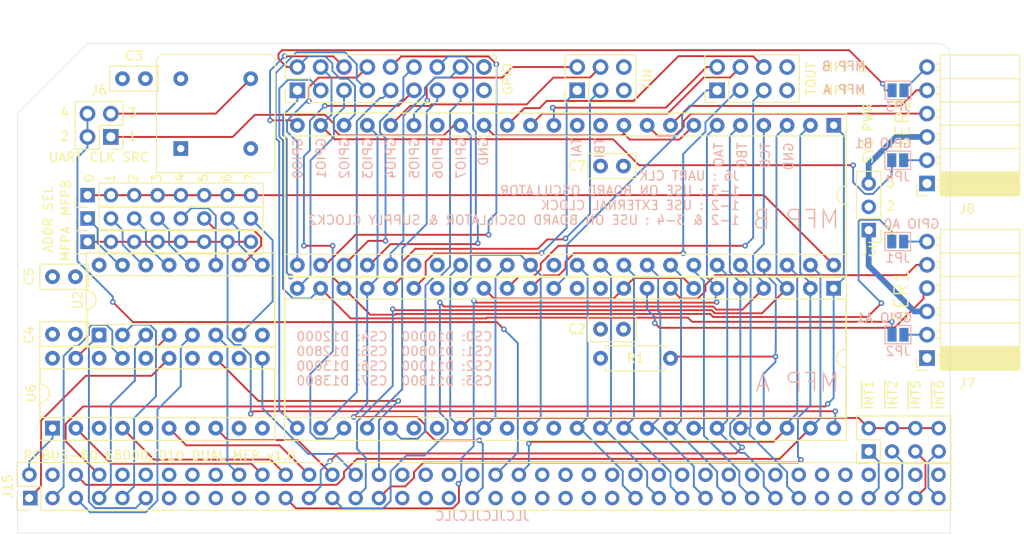
<source format=kicad_pcb>
(kicad_pcb (version 20241229) (generator "pcbnew") (generator_version "9.0")
  (layers (0 "F.Cu" signal) (4 "In1.Cu" power) (6 "In2.Cu" power) (2 "B.Cu" signal) (13 "F.Paste" user) (15 "B.Paste" user) (5 "F.SilkS" user "F.Silkscreen") (7 "B.SilkS" user "B.Silkscreen") (1 "F.Mask" user) (3 "B.Mask" user) (25 "Edge.Cuts" user))
  (net 0 "")
  (net 1 "+5V")
  (net 2 "GND")
  (net 3 "Net-(J12-Pin_3)")
  (net 4 "Net-(J12-Pin_6)")
  (net 5 "Net-(J12-Pin_1)")
  (net 6 "Net-(J12-Pin_2)")
  (net 7 "Net-(J12-Pin_4)")
  (net 8 "Net-(J12-Pin_5)")
  (net 9 "Net-(J12-Pin_7)")
  (net 10 "Net-(J12-Pin_8)")
  (net 11 "/EXT5V_2")
  (net 12 "/GPIO_A4")
  (net 13 "/EXT5V_1")
  (net 14 "/GPIO_A3")
  (net 15 "/GPIO_B5")
  (net 16 "/GPIO_B7")
  (net 17 "/GPIO_B4")
  (net 18 "/GPIO_A5")
  (net 19 "/D4")
  (net 20 "/A12")
  (net 21 "/A1")
  (net 24 "/D3")
  (net 25 "/A22")
  (net 28 "/D6")
  (net 30 "/A2")
  (net 33 "/GPIO_B1")
  (net 34 "/D5")
  (net 35 "/D0")
  (net 36 "/A5")
  (net 37 "/GPIO_A6")
  (net 38 "/D1")
  (net 39 "/R{slash}~{W}")
  (net 40 "/A14")
  (net 41 "/A17")
  (net 42 "/A16")
  (net 43 "/D7")
  (net 45 "/D2")
  (net 46 "/A23")
  (net 48 "/A4")
  (net 53 "/~{RESET}")
  (net 54 "/GPIO_A1")
  (net 55 "/GPIO_B0")
  (net 56 "/A3")
  (net 57 "/GPIO_A2")
  (net 58 "/GPIO_B2")
  (net 59 "/GPIO_A0")
  (net 60 "/GPIO_B6")
  (net 61 "/A20")
  (net 62 "/GPIO_A7")
  (net 63 "/GPIO_B3")
  (net 64 "/~{MFPA_CS}")
  (net 65 "/~{MFPB_CS}")
  (net 66 "Net-(J7-Pin_6)")
  (net 67 "/TXD1")
  (net 68 "Net-(J7-Pin_2)")
  (net 69 "/RXD1")
  (net 70 "/RXD2")
  (net 71 "/TXD2")
  (net 72 "Net-(J8-Pin_6)")
  (net 73 "Net-(J8-Pin_2)")
  (net 74 "/~{LDS}")
  (net 75 "/~{IACK}")
  (net 78 "Net-(U4-RC)")
  (net 80 "/TAOA")
  (net 81 "/TBOA")
  (net 82 "/~{IEO_A}")
  (net 83 "/TBI_A")
  (net 84 "/TAI_A")
  (net 86 "/~{INT5}")
  (net 87 "/~{INT1}")
  (net 88 "/~{INT2}")
  (net 89 "/~{INT6}")
  (net 90 "/UART_CLK")
  (net 91 "/~{INT}")
  (net 94 "/CLOCK2")
  (net 95 "/TCOA")
  (net 97 "/~{DTACK}")
  (net 101 "/TBOB")
  (net 102 "Net-(U5-RC)")
  (net 103 "/TBI_B")
  (net 106 "/TAI_B")
  (net 108 "/TAOB")
  (net 109 "/TCOB")
  (net 112 "Net-(J6-Pin_3)")
  (net 116 "/~{AS}")
  (net 117 "/A11")
  (net 120 "/A21")
  (net 122 "/A15")
  (net 132 "/A18")
  (net 133 "/A13")
  (net 134 "/A19")
  (net 142 "Net-(U2-E1)")
  (footprint "MyLibrary2023:PinHeader_1x03_P2.54mm_Vertical" (layer "F.Cu") (at 176.53 86.36 180)
    (property "Reference" "J3")
    (property "Value" "Conn_01x03")
  )
  (footprint "Package_DIP:DIP-16_W7.62mm_Socket" (layer "F.Cu") (at 92.71 97.79 90)
    (property "Reference" "U2")
    (property "Value" "74LS138")
  )
  (footprint "Capacitor_THT:C_Disc_D5.0mm_W2.5mm_P2.50mm" (layer "F.Cu") (at 90.13 97.71 180)
    (property "Reference" "C4")
    (property "Value" "100n")
  )
  (footprint "MyLibrary2023:PinHeader_1x08_P2.54mm_Vertical" (layer "F.Cu") (at 91.455 82.55 90)
    (property "Reference" "J11" (hide yes))
    (property "Value" "Conn_01x08")
  )
  (footprint "MyLibrary2023:RCBus_80p_Medium" (layer "F.Cu") (at 83.82 119.38)
    (property "Reference" "J15")
    (property "Value" "RCBus_80PIN_68000")
    (fp_line (start 0 -45.72) (end 0 0) (stroke (width 0.05)) (layer "Edge.Cuts"))
    (fp_line (start 0 0) (end 101.6 0) (stroke (width 0.05)) (layer "Edge.Cuts"))
    (fp_line (start 7.62 -53.34) (end 0 -45.72) (stroke (width 0.05)) (layer "Edge.Cuts"))
    (fp_line (start 100.33 -53.34) (end 7.62 -53.34) (stroke (width 0.05)) (layer "Edge.Cuts"))
    (fp_line (start 101.6 0) (end 101.6 -52.07) (stroke (width 0.05)) (layer "Edge.Cuts"))
    (fp_arc (start 100.33 -53.34) (mid 101.228026 -52.968026) (end 101.6 -52.07) (stroke (width 0.05)) (layer "Edge.Cuts"))
  )
  (footprint "Connector_PinHeader_2.54mm:PinHeader_2x09_P2.54mm_Vertical" (layer "F.Cu") (at 114.3 71.12 90)
    (property "Reference" "J4" (hide yes))
    (property "Value" "Conn_02x09_Odd_Even")
  )
  (footprint "MyLibrary2023:PinHeader_1x08_P2.54mm_Vertical" (layer "F.Cu") (at 91.455 85.09 90)
    (property "Reference" "J12" (hide yes))
    (property "Value" "Conn_01x08")
  )
  (footprint "Connector_PinSocket_2.54mm:PinSocket_1x06_P2.54mm_Horizontal" (layer "F.Cu") (at 182.88 100.305 180)
    (property "Reference" "J7")
    (property "Value" "Conn_01x06")
  )
  (footprint "Capacitor_THT:C_Disc_D5.0mm_W2.5mm_P2.50mm" (layer "F.Cu") (at 149.82 97.155 180)
    (property "Reference" "C2")
    (property "Value" "100n")
  )
  (footprint "MyLibrary2023:PinHeader_1x08_P2.54mm_Vertical" (layer "F.Cu") (at 91.455 87.63 90)
    (property "Reference" "J9" (hide yes))
    (property "Value" "Conn_01x08")
  )
  (footprint "Connector_PinHeader_2.54mm:PinHeader_2x04_P2.54mm_Vertical" (layer "F.Cu") (at 160.02 71.12 90)
    (property "Reference" "J5" (hide yes))
    (property "Value" "Conn_02x04_Odd_Even")
  )
  (footprint "Connector_PinHeader_2.54mm:PinHeader_2x02_P2.54mm_Vertical" (layer "F.Cu") (at 93.98 76.2 180)
    (property "Reference" "J6")
    (property "Value" "Conn_02x02_Odd_Even")
  )
  (footprint "Capacitor_THT:C_Disc_D5.0mm_W2.5mm_P2.50mm" (layer "F.Cu") (at 95.25 69.85)
    (property "Reference" "C3")
    (property "Value" "100n")
  )
  (footprint "MyLibrary2023:PinHeader_2x04_P2.54mm_Vertical" (layer "F.Cu") (at 176.53 110.49 90)
    (property "Reference" "J2" (hide yes))
    (property "Value" "Conn_02x04_Odd_Even")
  )
  (footprint "Oscillator:Oscillator_DIP-8" (layer "F.Cu") (at 101.6 77.47)
    (property "Reference" "X1" (hide yes))
    (property "Value" "CXO_DIP8")
  )
  (footprint "MyLibrary2023:DIP-20_W7.62mm_Socket" (layer "F.Cu") (at 87.63 107.95 90)
    (property "Reference" "U6")
    (property "Value" "74LS688")
  )
  (footprint "Capacitor_THT:C_Disc_D5.0mm_W2.5mm_P2.50mm" (layer "F.Cu") (at 149.82 79.375 180)
    (property "Reference" "C7")
    (property "Value" "100n")
  )
  (footprint "MyLibrary2023:DIP-48_W15.24mm_Socket" (layer "F.Cu") (at 172.71 92.71 -90)
    (property "Reference" "U4" (hide yes))
    (property "Value" "68901P")
  )
  (footprint "Connector_PinHeader_2.54mm:PinHeader_2x03_P2.54mm_Vertical" (layer "F.Cu") (at 144.78 71.12 90)
    (property "Reference" "J14" (hide yes))
    (property "Value" "Conn_02x03_Odd_Even")
  )
  (footprint "Capacitor_THT:C_Disc_D5.0mm_W2.5mm_P2.50mm" (layer "F.Cu") (at 87.63 91.44)
    (property "Reference" "C5")
    (property "Value" "100n")
  )
  (footprint "Resistor_THT:R_Axial_DIN0207_L6.3mm_D2.5mm_P7.62mm_Horizontal" (layer "F.Cu") (at 154.94 100.33 180)
    (property "Reference" "R1")
    (property "Value" "10K")
  )
  (footprint "MyLibrary2023:DIP-48_W15.24mm_Socket" (layer "F.Cu") (at 172.72 74.93 -90)
    (property "Reference" "U5" (hide yes))
    (property "Value" "68901P")
  )
  (footprint "Connector_PinSocket_2.54mm:PinSocket_1x06_P2.54mm_Horizontal" (layer "F.Cu") (at 182.88 81.28 180)
    (property "Reference" "J8")
    (property "Value" "Conn_01x06")
  )
  (footprint "Jumper:SolderJumper-2_P1.3mm_Open_Pad1.0x1.5mm" (layer "B.Cu") (at 179.72 97.765)
    (property "Reference" "JP2")
    (property "Value" "SolderJumper")
  )
  (footprint "Jumper:SolderJumper-2_P1.3mm_Open_Pad1.0x1.5mm" (layer "B.Cu") (at 179.69 87.605)
    (property "Reference" "JP1")
    (property "Value" "SolderJumper")
  )
  (footprint "Jumper:SolderJumper-2_P1.3mm_Open_Pad1.0x1.5mm" (layer "B.Cu") (at 179.69 78.74)
    (property "Reference" "JP4")
    (property "Value" "SolderJumper")
  )
  (footprint "Jumper:SolderJumper-2_P1.3mm_Open_Pad1.0x1.5mm" (layer "B.Cu") (at 179.72 71.12)
    (property "Reference" "JP3")
    (property "Value" "SolderJumper")
  )
  (gr_text "MFP A" (at 171.45 71.755 0) (layer "F.SilkS") (effects (font (size 1 1)) (justify left bottom)))
  (gr_text "0" (at 92.202 81.28 90) (layer "F.SilkS") (effects (font (size 1 1)) (justify left bottom)))
  (gr_text "SER1" (at 180.975 96.52 90) (layer "F.SilkS") (effects (font (size 1.5 1.5)) (justify left bottom)))
  (gr_text "~{INT1}" (at 177.165 106.045 90) (layer "F.SilkS") (effects (font (size 1 1)) (justify left bottom)))
  (gr_text "~{INT5}" (at 182.245 106.045 90) (layer "F.SilkS") (effects (font (size 1 1)) (justify left bottom)))
  (gr_text "UART CLK SRC" (at 87.122 78.994 0) (layer "F.SilkS") (effects (font (size 1 1)) (justify left bottom)))
  (gr_text "4" (at 102.108 81.22 90) (layer "F.SilkS") (effects (font (size 1 1)) (justify left bottom)))
  (gr_text "6" (at 107.188 81.22 90) (layer "F.SilkS") (effects (font (size 1 1)) (justify left bottom)))
  (gr_text "~{INT2}" (at 179.705 106.045 90) (layer "F.SilkS") (effects (font (size 1 1)) (justify left bottom)))
  (gr_text "TOUT" (at 170.815 71.755 90) (layer "F.SilkS") (effects (font (size 1 1)) (justify left bottom)))
  (gr_text "5" (at 104.648 81.22 90) (layer "F.SilkS") (effects (font (size 1 1)) (justify left bottom)))
  (gr_text "3" (at 178.33 81.788 0) (layer "F.SilkS") (effects (font (size 1 1)) (justify left bottom)))
  (gr_text "1" (at 94.488 81.28 90) (layer "F.SilkS") (effects (font (size 1 1)) (justify left bottom)))
  (gr_text "2" (at 97.028 81.28 90) (layer "F.SilkS") (effects (font (size 1 1)) (justify left bottom)))
  (gr_text "MFPB" (at 89.655 80.75 90) (layer "F.SilkS") (effects (font (size 1 1)) (justify right bottom)))
  (gr_text "SYS PWR" (at 177.038 79.248 90) (layer "F.SilkS") (effects (font (size 1 1)) (justify left bottom)))
  (gr_text "~{INT6}" (at 184.785 106.045 90) (layer "F.SilkS") (effects (font (size 1 1)) (justify left bottom)))
  (gr_text "7" (at 109.728 81.22 90) (layer "F.SilkS") (effects (font (size 1 1)) (justify left bottom)))
  (gr_text "1" (at 178.308 86.868 0) (layer "F.SilkS") (effects (font (size 1 1)) (justify left bottom)))
  (gr_text "3" (at 99.568 81.28 90) (layer "F.SilkS") (effects (font (size 1 1)) (justify left bottom)))
  (gr_text "ADDR SEL" (at 87.75 85.195 90) (layer "F.SilkS") (effects (font (size 1 1)) (justify bottom)))
  (gr_text "1" (at 95.758 76.708 0) (layer "F.SilkS") (effects (font (size 1 1)) (justify left bottom)))
  (gr_text "RCBUS-80 68000/010 DUAL MFP v1.0" (at 84.328 111.506 0) (layer "F.SilkS") (effects (font (size 1 1)) (justify left bottom)))
  (gr_text "3" (at 95.758 74.168 0) (layer "F.SilkS") (effects (font (size 1 1)) (justify left bottom)))
  (gr_text "MFP B" (at 171.45 69.215 0) (layer "F.SilkS") (effects (font (size 1 1)) (justify left bottom)))
  (gr_text "TIN" (at 153.035 71.12 90) (layer "F.SilkS") (effects (font (size 1 1)) (justify left bottom)))
  (gr_text "MFPA" (at 89.655 85.83 90) (layer "F.SilkS") (effects (font (size 1 1)) (justify right bottom)))
  (gr_text "SER2" (at 181.09 77.74 90) (layer "F.SilkS") (effects (font (size 1.5 1.5)) (justify left bottom)))
  (gr_text "4" (at 88.392 74.168 0) (layer "F.SilkS") (effects (font (size 1 1)) (justify left bottom)))
  (gr_text "2" (at 88.392 76.708 0) (layer "F.SilkS") (effects (font (size 1 1)) (justify left bottom)))
  (gr_text "GPIO" (at 137.795 71.755 90) (layer "F.SilkS") (effects (font (size 1 1)) (justify left bottom)))
  (gr_text "2" (at 178.33 84.328 0) (layer "F.SilkS") (effects (font (size 1 1)) (justify left bottom)))
  (gr_text "GPIO5" (at 127.635 76.2 90) (layer "B.SilkS") (effects (font (size 1 1)) (justify left bottom mirror)))
  (gr_text "TBI" (at 147.828 76.2 90) (layer "B.SilkS") (effects (font (size 1 1)) (justify left bottom mirror)))
  (gr_text "TAI" (at 145.288 76.2 90) (layer "B.SilkS") (effects (font (size 1 1)) (justify left bottom mirror)))
  (gr_text "MFP B" (at 173.482 86.36 -0) (layer "B.SilkS") (effects (font (size 2 2)) (justify left bottom mirror)))
  (gr_text "GPIO A0" (at 184.34 86.275 0) (layer "B.SilkS") (effects (font (size 1 1)) (justify left bottom mirror)))
  (gr_text "JLCJLCJLCJLC" (at 139.7 118.11 0) (layer "B.SilkS") (effects (font (size 1 1)) (justify left bottom mirror)))
  (gr_text "J6 : UART CLK\n1-3 : USE ON BOARD OSCILLATOR\n1-2 : USE EXTERNAL CLOCK\n1-2 & 3-4 : USE ON BOARD OSCILLATOR & SUPPLY CLOCK2" (at 162.56 85.852 0) (layer "B.SilkS") (effects (font (size 1 1)) (justify left bottom mirror)))
  (gr_text "GPIO1" (at 117.475 76.2 90) (layer "B.SilkS") (effects (font (size 1 1)) (justify left bottom mirror)))
  (gr_text "GPIO0" (at 114.935 76.2 90) (layer "B.SilkS") (effects (font (size 1 1)) (justify left bottom mirror)))
  (gr_text "GPIO6" (at 130.175 76.2 90) (layer "B.SilkS") (effects (font (size 1 1)) (justify left bottom mirror)))
  (gr_text "GPIO3" (at 122.555 76.2 90) (layer "B.SilkS") (effects (font (size 1 1)) (justify left bottom mirror)))
  (gr_text "GPIO4" (at 125.095 76.2 90) (layer "B.SilkS") (effects (font (size 1 1)) (justify left bottom mirror)))
  (gr_text "GPIO B1" (at 181.34 77.49 0) (layer "B.SilkS") (effects (font (size 1 1)) (justify left bottom mirror)))
  (gr_text "GND" (at 168.402 76.708 90) (layer "B.SilkS") (effects (font (size 1 1)) (justify left bottom mirror)))
  (gr_text "MFP A" (at 176.276 71.628 0) (layer "B.SilkS") (effects (font (size 1 1)) (justify left bottom mirror)))
  (gr_text "MFP B" (at 176.276 69.088 0) (layer "B.SilkS") (effects (font (size 1 1)) (justify left bottom mirror)))
  (gr_text "TBO" (at 163.322 76.708 90) (layer "B.SilkS") (effects (font (size 1 1)) (justify left bottom mirror)))
  (gr_text "GPIO7" (at 132.715 76.2 90) (layer "B.SilkS") (effects (font (size 1 1)) (justify left bottom mirror)))
  (gr_text "CS0: D10000  CS4: D12000\nCS1: D10800  CS5: D12800\nCS2: D11000  CS6: D13000\nCS3: D11800  CS7: D13800" (at 135.636 103.378 0) (layer "B.SilkS") (effects (font (size 1 1)) (justify left bottom mirror)))
  (gr_text "TCO" (at 165.862 76.708 90) (layer "B.SilkS") (effects (font (size 1 1)) (justify left bottom mirror)))
  (gr_text "GPIO A1" (at 181.37 96.515 0) (layer "B.SilkS") (effects (font (size 1 1)) (justify left bottom mirror)))
  (gr_text "GND" (at 135.128 76.2 90) (layer "B.SilkS") (effects (font (size 1 1)) (justify left bottom mirror)))
  (gr_text "GPIO2" (at 120.015 76.2 90) (layer "B.SilkS") (effects (font (size 1 1)) (justify left bottom mirror)))
  (gr_text "TAO" (at 160.782 76.708 90) (layer "B.SilkS") (effects (font (size 1 1)) (justify left bottom mirror)))
  (gr_text "MFP A" (at 173.482 104.14 -0) (layer "B.SilkS") (effects (font (size 2 2)) (justify left bottom mirror)))
  (segment (start 97.805 86.36) (end 96.535 85.09) (width 0.2032) (layer "B.Cu") (net 3))
  (segment (start 97.805 87.9492) (end 97.805 86.36) (width 0.2032) (layer "B.Cu") (net 3))
  (segment (start 100.0258 90.17) (end 97.805 87.9492) (width 0.2032) (layer "B.Cu") (net 3))
  (segment (start 109.5462 86.36) (end 105.425 86.36) (width 0.2032) (layer "F.Cu") (net 4))
  (segment (start 108.2543 90.17) (end 110.3535 88.0708) (width 0.2032) (layer "F.Cu") (net 4))
  (segment (start 110.3535 87.1673) (end 109.5462 86.36) (width 0.2032) (layer "F.Cu") (net 4))
  (segment (start 110.3535 88.0708) (end 110.3535 87.1673) (width 0.2032) (layer "F.Cu") (net 4))
  (segment (start 105.425 86.36) (end 104.155 85.09) (width 0.2032) (layer "F.Cu") (net 4))
  (segment (start 92.5457 87.7832) (end 94.9325 90.17) (width 0.2032) (layer "B.Cu") (net 5))
  (segment (start 91.455 85.09) (end 92.5457 86.1807) (width 0.2032) (layer "B.Cu") (net 5))
  (segment (start 92.5457 86.1807) (end 92.5457 87.7832) (width 0.2032) (layer "B.Cu") (net 5))
  (segment (start 95.265 87.9492) (end 95.265 86.36) (width 0.2032) (layer "B.Cu") (net 6))
  (segment (start 95.265 86.36) (end 93.995 85.09) (width 0.2032) (layer "B.Cu") (net 6))
  (segment (start 97.4858 90.17) (end 95.265 87.9492) (width 0.2032) (layer "B.Cu") (net 6))
  (segment (start 102.5646 90.17) (end 100.33 87.9354) (width 0.2032) (layer "B.Cu") (net 7))
  (segment (start 100.33 87.9354) (end 100.33 86.345) (width 0.2032) (layer "B.Cu") (net 7))
  (segment (start 100.33 86.345) (end 99.075 85.09) (width 0.2032) (layer "B.Cu") (net 7))
  (segment (start 105.41 84.7702) (end 105.41 90.17) (width 0.2032) (layer "B.Cu") (net 8))
  (segment (start 101.615 85.09) (end 102.74 83.965) (width 0.2032) (layer "B.Cu") (net 8))
  (segment (start 102.74 83.965) (end 104.6048 83.965) (width 0.2032) (layer "B.Cu") (net 8))
  (segment (start 104.6048 83.965) (end 105.41 84.7702) (width 0.2032) (layer "B.Cu") (net 8))
  (segment (start 107.95 86.345) (end 107.95 87.9475) (width 0.2032) (layer "B.Cu") (net 9))
  (segment (start 107.95 87.9475) (end 110.1725 90.17) (width 0.2032) (layer "B.Cu") (net 9))
  (segment (start 106.695 85.09) (end 107.95 86.345) (width 0.2032) (layer "B.Cu") (net 9))
  (segment (start 109.235 85.09) (end 111.6054 87.4604) (width 0.2032) (layer "B.Cu") (net 10))
  (segment (start 111.6054 87.4604) (end 111.6054 94.1346) (width 0.2032) (layer "B.Cu") (net 10))
  (segment (start 111.6054 94.1346) (end 107.95 97.79) (width 0.2032) (layer "B.Cu") (net 10))
  (segment (start 179.5081 76.2) (end 176.53 79.1781) (width 0.635) (layer "B.Cu") (net 11))
  (segment (start 182.88 76.2) (end 179.5081 76.2) (width 0.635) (layer "B.Cu") (net 11))
  (segment (start 176.53 79.1781) (end 176.53 81.28) (width 0.635) (layer "B.Cu") (net 11))
  (segment (start 123.6308 71.9492) (end 123.3067 71.9492) (width 0.2032) (layer "B.Cu") (net 12))
  (segment (start 124.46 71.12) (end 123.6308 71.9492) (width 0.2032) (layer "B.Cu") (net 12))
  (segment (start 120.7703 74.4856) (end 120.7703 104.0097) (width 0.2032) (layer "B.Cu") (net 12))
  (segment (start 123.3067 71.9492) (end 120.7703 74.4856) (width 0.2032) (layer "B.Cu") (net 12))
  (segment (start 120.7703 104.0097) (end 116.83 107.95) (width 0.2032) (layer "B.Cu") (net 12))
  (segment (start 182.88 95.225) (end 181.5108 95.225) (width 0.635) (layer "B.Cu") (net 13))
  (segment (start 176.53 90.2442) (end 176.53 86.36) (width 0.635) (layer "B.Cu") (net 13))
  (segment (start 181.5108 95.225) (end 176.53 90.2442) (width 0.635) (layer "B.Cu") (net 13))
  (segment (start 112.3269 105.9869) (end 114.29 107.95) (width 0.2032) (layer "B.Cu") (net 14))
  (segment (start 111.9305 69.2491) (end 111.9305 76.3318) (width 0.2032) (layer "B.Cu") (net 14))
  (segment (start 120.7667 69.9667) (end 120.7667 68.2615) (width 0.2032) (layer "B.Cu") (net 14))
  (segment (start 112.3269 76.7282) (end 112.3269 105.9869) (width 0.2032) (layer "B.Cu") (net 14))
  (segment (start 119.48 66.9748) (end 114.2048 66.9748) (width 0.2032) (layer "B.Cu") (net 14))
  (segment (start 120.7667 68.2615) (end 119.48 66.9748) (width 0.2032) (layer "B.Cu") (net 14))
  (segment (start 111.9305 76.3318) (end 112.3269 76.7282) (width 0.2032) (layer "B.Cu") (net 14))
  (segment (start 114.2048 66.9748) (end 111.9305 69.2491) (width 0.2032) (layer "B.Cu") (net 14))
  (segment (start 121.92 71.12) (end 120.7667 69.9667) (width 0.2032) (layer "B.Cu") (net 14))
  (segment (start 122.0178 87.5322) (end 123.9392 87.5322) (width 0.2032) (layer "F.Cu") (net 15))
  (segment (start 119.38 90.17) (end 122.0178 87.5322) (width 0.2032) (layer "F.Cu") (net 15))
  (segment (start 123.9392 87.5322) (end 123.9028 87.5322) (width 0.2032) (layer "F.Cu") (net 15))
  (via (at 123.9028 87.5322) (size 0.6) (drill 0.3) (layers "F.Cu" "B.Cu") (net 15))
  (segment (start 123.9016 76.3372) (end 123.9016 87.531) (width 0.2032) (layer "B.Cu") (net 15))
  (segment (start 125.8467 69.7333) (end 125.8467 71.9763) (width 0.2032) (layer "B.Cu") (net 15))
  (segment (start 123.3037 75.7393) (end 123.9016 76.3372) (width 0.2032) (layer "B.Cu") (net 15))
  (segment (start 123.9016 87.531) (end 123.9028 87.5322) (width 0.2032) (layer "B.Cu") (net 15))
  (segment (start 125.8467 71.9763) (end 123.3037 74.5193) (width 0.2032) (layer "B.Cu") (net 15))
  (segment (start 123.3037 74.5193) (end 123.3037 75.7393) (width 0.2032) (layer "B.Cu") (net 15))
  (segment (start 127 68.58) (end 125.8467 69.7333) (width 0.2032) (layer "B.Cu") (net 15))
  (segment (start 125.8468 73.9181) (end 125.8468 87.5017) (width 0.2032) (layer "B.Cu") (net 16))
  (segment (start 125.8468 87.5017) (end 124.46 88.8885) (width 0.2032) (layer "B.Cu") (net 16))
  (segment (start 132.08 68.58) (end 130.9267 69.7333) (width 0.2032) (layer "B.Cu") (net 16))
  (segment (start 130.9267 69.7333) (end 129.293 69.7333) (width 0.2032) (layer "B.Cu") (net 16))
  (segment (start 128.1851 71.5798) (end 125.8468 73.9181) (width 0.2032) (layer "B.Cu") (net 16))
  (segment (start 128.1851 70.8412) (end 128.1851 71.5798) (width 0.2032) (layer "B.Cu") (net 16))
  (segment (start 129.293 69.7333) (end 128.1851 70.8412) (width 0.2032) (layer "B.Cu") (net 16))
  (segment (start 124.46 88.8885) (end 124.46 90.17) (width 0.2032) (layer "B.Cu") (net 16))
  (segment (start 125.6133 67.4267) (end 135.1192 67.4267) (width 0.2032) (layer "F.Cu") (net 17))
  (segment (start 135.128 86.868) (end 120.6486 86.868) (width 0.2032) (layer "F.Cu") (net 17))
  (segment (start 124.46 68.58) (end 125.6133 67.4267) (width 0.2032) (layer "F.Cu") (net 17))
  (segment (start 135.1192 67.4267) (end 135.9765 68.284) (width 0.2032) (layer "F.Cu") (net 17))
  (segment (start 120.6486 86.868) (end 117.3466 90.17) (width 0.2032) (layer "F.Cu") (net 17))
  (via (at 135.9765 68.284) (size 0.6) (drill 0.3) (layers "F.Cu" "B.Cu") (net 17))
  (via (at 135.128 86.868) (size 0.6) (drill 0.3) (layers "F.Cu" "B.Cu") (net 17))
  (segment (start 135.128 86.868) (end 135.128 85.344) (width 0.2032) (layer "B.Cu") (net 17))
  (segment (start 135.128 85.344) (end 135.9765 84.4955) (width 0.2032) (layer "B.Cu") (net 17))
  (segment (start 135.9765 84.4955) (end 135.9765 68.284) (width 0.2032) (layer "B.Cu") (net 17))
  (segment (start 118.1533 88.0652) (end 115.0159 88.0652) (width 0.2032) (layer "F.Cu") (net 18))
  (segment (start 127 71.12) (end 125.3106 72.8094) (width 0.2032) (layer "F.Cu") (net 18))
  (segment (start 125.3106 72.8094) (end 117.2871 72.8094) (width 0.2032) (layer "F.Cu") (net 18))
  (via (at 118.1533 88.0652) (size 0.6) (drill 0.3) (layers "F.Cu" "B.Cu") (net 18))
  (via (at 117.2871 72.8094) (size 0.6) (drill 0.3) (layers "F.Cu" "B.Cu") (net 18))
  (via (at 115.0159 88.0652) (size 0.6) (drill 0.3) (layers "F.Cu" "B.Cu") (net 18))
  (segment (start 115.0159 78.3123) (end 115.6709 77.6573) (width 0.2032) (layer "B.Cu") (net 18))
  (segment (start 118.1533 99.5854) (end 118.1533 88.0652) (width 0.2032) (layer "B.Cu") (net 18))
  (segment (start 115.6709 74.4256) (end 117.2871 72.8094) (width 0.2032) (layer "B.Cu") (net 18))
  (segment (start 115.7112 108.4213) (end 115.7112 102.0275) (width 0.2032) (layer "B.Cu") (net 18))
  (segment (start 115.7112 102.0275) (end 118.1533 99.5854) (width 0.2032) (layer "B.Cu") (net 18))
  (segment (start 116.3727 109.0828) (end 115.7112 108.4213) (width 0.2032) (layer "B.Cu") (net 18))
  (segment (start 119.37 107.95) (end 118.2372 109.0828) (width 0.2032) (layer "B.Cu") (net 18))
  (segment (start 115.6709 77.6573) (end 115.6709 74.4256) (width 0.2032) (layer "B.Cu") (net 18))
  (segment (start 115.0159 88.0652) (end 115.0159 78.3123) (width 0.2032) (layer "B.Cu") (net 18))
  (segment (start 118.2372 109.0828) (end 116.3727 109.0828) (width 0.2032) (layer "B.Cu") (net 18))
  (segment (start 156.0874 107.1615) (end 155.2989 107.95) (width 0.2032) (layer "B.Cu") (net 19))
  (segment (start 156.0874 91.3174) (end 156.0874 107.1615) (width 0.2032) (layer "B.Cu") (net 19))
  (segment (start 155.2989 107.95) (end 160.02 112.6711) (width 0.2032) (layer "B.Cu") (net 19))
  (segment (start 160.02 112.6711) (end 160.02 114.3) (width 0.2032) (layer "B.Cu") (net 19))
  (segment (start 154.94 90.17) (end 156.0874 91.3174) (width 0.2032) (layer "B.Cu") (net 19))
  (segment (start 160.02 114.3) (end 161.29 115.57) (width 0.2032) (layer "B.Cu") (net 19))
  (segment (start 95.25 115.57) (end 96.52 114.3) (width 0.2032) (layer "B.Cu") (net 20))
  (segment (start 96.52 114.3) (end 96.52 106.8482) (width 0.2032) (layer "B.Cu") (net 20))
  (segment (start 96.3831 96.6569) (end 95.25 97.79) (width 0.2032) (layer "B.Cu") (net 20))
  (segment (start 98.8982 97.3329) (end 98.2222 96.6569) (width 0.2032) (layer "B.Cu") (net 20))
  (segment (start 96.52 106.8482) (end 98.8982 104.47) (width 0.2032) (layer "B.Cu") (net 20))
  (segment (start 98.8982 104.47) (end 98.8982 97.3329) (width 0.2032) (layer "B.Cu") (net 20))
  (segment (start 98.2222 96.6569) (end 96.3831 96.6569) (width 0.2032) (layer "B.Cu") (net 20))
  (segment (start 126.0536 114.3) (end 127 113.3536) (width 0.2032) (layer "F.Cu") (net 21))
  (segment (start 128.0326 111.7029) (end 168.8433 111.7029) (width 0.2032) (layer "F.Cu") (net 21))
  (segment (start 127 113.3536) (end 127 112.7355) (width 0.2032) (layer "F.Cu") (net 21))
  (segment (start 168.8433 111.7029) (end 169.1467 111.3995) (width 0.2032) (layer "F.Cu") (net 21))
  (segment (start 124.46 114.3) (end 126.0536 114.3) (width 0.2032) (layer "F.Cu") (net 21))
  (segment (start 123.19 115.57) (end 124.46 114.3) (width 0.2032) (layer "F.Cu") (net 21))
  (segment (start 127 112.7355) (end 128.0326 111.7029) (width 0.2032) (layer "F.Cu") (net 21))
  (via (at 169.1467 111.3995) (size 0.6) (drill 0.3) (layers "F.Cu" "B.Cu") (net 21))
  (segment (start 170.17 92.1256) (end 169.0689 91.0245) (width 0.2032) (layer "B.Cu") (net 21))
  (segment (start 168.8202 106.8099) (end 170.17 105.4601) (width 0.2032) (layer "B.Cu") (net 21))
  (segment (start 168.8202 111.073) (end 168.8202 106.8099) (width 0.2032) (layer "B.Cu") (net 21))
  (segment (start 169.1467 111.3995) (end 168.8202 111.073) (width 0.2032) (layer "B.Cu") (net 21))
  (segment (start 169.0689 76.0411) (end 170.18 74.93) (width 0.2032) (layer "B.Cu") (net 21))
  (segment (start 170.17 105.4601) (end 170.17 92.71) (width 0.2032) (layer "B.Cu") (net 21))
  (segment (start 169.0689 91.0245) (end 169.0689 76.0411) (width 0.2032) (layer "B.Cu") (net 21))
  (segment (start 152.9463 107.6017) (end 157.48 112.1354) (width 0.2032) (layer "B.Cu") (net 24))
  (segment (start 153.5971 91.3671) (end 152.4 90.17) (width 0.2032) (layer "B.Cu") (net 24))
  (segment (start 153.8338 106.7142) (end 153.8338 95.4258) (width 0.2032) (layer "B.Cu") (net 24))
  (segment (start 152.9463 107.6017) (end 153.8338 106.7142) (width 0.2032) (layer "B.Cu") (net 24))
  (segment (start 153.5971 95.1891) (end 153.5971 91.3671) (width 0.2032) (layer "B.Cu") (net 24))
  (segment (start 157.48 114.3) (end 158.75 115.57) (width 0.2032) (layer "B.Cu") (net 24))
  (segment (start 153.8338 95.4258) (end 153.5971 95.1891) (width 0.2032) (layer "B.Cu") (net 24))
  (segment (start 157.48 112.1354) (end 157.48 114.3) (width 0.2032) (layer "B.Cu") (net 24))
  (segment (start 109.2861 111.8261) (end 110.49 113.03) (width 0.2032) (layer "F.Cu") (net 25))
  (segment (start 90.17 107.95) (end 94.0461 111.8261) (width 0.2032) (layer "F.Cu") (net 25))
  (segment (start 94.0461 111.8261) (end 109.2861 111.8261) (width 0.2032) (layer "F.Cu") (net 25))
  (segment (start 161.1225 91.2725) (end 161.1225 107.116) (width 0.2032) (layer "B.Cu") (net 28))
  (segment (start 162.9942 110.6421) (end 165.1 112.7479) (width 0.2032) (layer "B.Cu") (net 28))
  (segment (start 165.1 114.3) (end 166.37 115.57) (width 0.2032) (layer "B.Cu") (net 28))
  (segment (start 160.02 90.17) (end 161.1225 91.2725) (width 0.2032) (layer "B.Cu") (net 28))
  (segment (start 165.1 112.7479) (end 165.1 114.3) (width 0.2032) (layer "B.Cu") (net 28))
  (segment (start 160.2885 108.4387) (end 162.4919 110.6421) (width 0.2032) (layer "B.Cu") (net 28))
  (segment (start 162.4919 110.6421) (end 162.9942 110.6421) (width 0.2032) (layer "B.Cu") (net 28))
  (segment (start 161.1225 107.116) (end 160.2885 107.95) (width 0.2032) (layer "B.Cu") (net 28))
  (segment (start 159.4288 95.0924) (end 159.7644 95.428) (width 0.2032) (layer "F.Cu") (net 30))
  (segment (start 124.8038 95.0924) (end 159.4288 95.0924) (width 0.2032) (layer "F.Cu") (net 30))
  (segment (start 124.6864 94.975) (end 124.8038 95.0924) (width 0.2032) (layer "F.Cu") (net 30))
  (segment (start 164.912 95.428) (end 167.63 92.71) (width 0.2032) (layer "F.Cu") (net 30))
  (segment (start 159.7644 95.428) (end 164.912 95.428) (width 0.2032) (layer "F.Cu") (net 30))
  (via (at 124.6864 94.975) (size 0.6) (drill 0.3) (layers "F.Cu" "B.Cu") (net 30))
  (segment (start 166.4827 91.5627) (end 167.63 92.71) (width 0.2032) (layer "B.Cu") (net 30))
  (segment (start 120.7957 110.2201) (end 120.7957 107.2316) (width 0.2032) (layer "B.Cu") (net 30))
  (segment (start 120.65 115.57) (end 121.7494 114.4706) (width 0.2032) (layer "B.Cu") (net 30))
  (segment (start 124.6864 103.3409) (end 124.6864 94.975) (width 0.2032) (layer "B.Cu") (net 30))
  (segment (start 166.4827 76.0873) (end 166.4827 91.5627) (width 0.2032) (layer "B.Cu") (net 30))
  (segment (start 121.7494 114.4706) (end 121.7494 111.1738) (width 0.2032) (layer "B.Cu") (net 30))
  (segment (start 120.7957 107.2316) (end 124.6864 103.3409) (width 0.2032) (layer "B.Cu") (net 30))
  (segment (start 121.7494 111.1738) (end 120.7957 110.2201) (width 0.2032) (layer "B.Cu") (net 30))
  (segment (start 167.64 74.93) (end 166.4827 76.0873) (width 0.2032) (layer "B.Cu") (net 30))
  (segment (start 118.3631 76.4531) (end 130.6079 76.4531) (width 0.2032) (layer "F.Cu") (net 33))
  (segment (start 131.4138 76.454) (end 131.4147 76.4531) (width 0.2032) (layer "F.Cu") (net 33))
  (segment (start 131.4147 76.4531) (end 148.6868 76.4531) (width 0.2032) (layer "F.Cu") (net 33))
  (segment (start 130.6079 76.4531) (end 130.6088 76.454) (width 0.2032) (layer "F.Cu") (net 33))
  (segment (start 116.84 74.93) (end 118.3631 76.4531) (width 0.2032) (layer "F.Cu") (net 33))
  (segment (start 148.6868 76.4531) (end 151.5181 79.2844) (width 0.2032) (layer "F.Cu") (net 33))
  (segment (start 151.5181 79.2844) (end 174.8351 79.2844) (width 0.2032) (layer "F.Cu") (net 33))
  (segment (start 130.6088 76.454) (end 131.4138 76.454) (width 0.2032) (layer "F.Cu") (net 33))
  (via (at 174.8351 79.2844) (size 0.6) (drill 0.3) (layers "F.Cu" "B.Cu") (net 33))
  (segment (start 176.1105 82.4216) (end 174.8351 81.1462) (width 0.2032) (layer "B.Cu") (net 33))
  (segment (start 118.0196 73.7504) (end 116.84 74.93) (width 0.2032) (layer "B.Cu") (net 33))
  (segment (start 176.9755 82.4216) (end 176.1105 82.4216) (width 0.2032) (layer "B.Cu") (net 33))
  (segment (start 116.84 68.58) (end 118.0196 69.7596) (width 0.2032) (layer "B.Cu") (net 33))
  (segment (start 179.04 80.3571) (end 176.9755 82.4216) (width 0.2032) (layer "B.Cu") (net 33))
  (segment (start 118.0196 69.7596) (end 118.0196 73.7504) (width 0.2032) (layer "B.Cu") (net 33))
  (segment (start 174.8351 81.1462) (end 174.8351 79.2844) (width 0.2032) (layer "B.Cu") (net 33))
  (segment (start 179.04 78.74) (end 179.04 80.3571) (width 0.2032) (layer "B.Cu") (net 33))
  (segment (start 163.83 115.57) (end 162.4427 114.1827) (width 0.2032) (layer "B.Cu") (net 34))
  (segment (start 158.5825 91.9014) (end 157.48 90.7989) (width 0.2032) (layer "B.Cu") (net 34))
  (segment (start 158.5825 108.7659) (end 158.5825 107.95) (width 0.2032) (layer "B.Cu") (net 34))
  (segment (start 158.5825 107.95) (end 158.5825 91.9014) (width 0.2032) (layer "B.Cu") (net 34))
  (segment (start 162.4427 112.6261) (end 158.5825 108.7659) (width 0.2032) (layer "B.Cu") (net 34))
  (segment (start 162.4427 114.1827) (end 162.4427 112.6261) (width 0.2032) (layer "B.Cu") (net 34))
  (segment (start 158.5825 107.95) (end 157.47 107.95) (width 0.2032) (layer "B.Cu") (net 34))
  (segment (start 145.9093 106.8107) (end 144.77 107.95) (width 0.2032) (layer "B.Cu") (net 35))
  (segment (start 144.78 90.17) (end 145.9093 91.2993) (width 0.2032) (layer "B.Cu") (net 35))
  (segment (start 151.13 115.57) (end 149.7427 114.1827) (width 0.2032) (layer "B.Cu") (net 35))
  (segment (start 149.7427 112.6261) (end 145.0666 107.95) (width 0.2032) (layer "B.Cu") (net 35))
  (segment (start 145.9093 91.2993) (end 145.9093 106.8107) (width 0.2032) (layer "B.Cu") (net 35))
  (segment (start 149.7427 114.1827) (end 149.7427 112.6261) (width 0.2032) (layer "B.Cu") (net 35))
  (segment (start 131.2358 116.6889) (end 131.9007 116.024) (width 0.2032) (layer "F.Cu") (net 36))
  (segment (start 131.9007 114.0642) (end 131.8416 114.0051) (width 0.2032) (layer "F.Cu") (net 36))
  (segment (start 113.03 115.57) (end 114.1489 116.6889) (width 0.2032) (layer "F.Cu") (net 36))
  (segment (start 131.9007 116.024) (end 131.9007 114.0642) (width 0.2032) (layer "F.Cu") (net 36))
  (segment (start 159.9103 94.2635) (end 133.7364 94.2635) (width 0.2032) (layer "F.Cu") (net 36))
  (segment (start 133.7364 94.2635) (end 133.5316 94.0587) (width 0.2032) (layer "F.Cu") (net 36))
  (segment (start 159.9681 94.2057) (end 159.9103 94.2635) (width 0.2032) (layer "F.Cu") (net 36))
  (segment (start 114.1489 116.6889) (end 131.2358 116.6889) (width 0.2032) (layer "F.Cu") (net 36))
  (via (at 159.9681 94.2057) (size 0.6) (drill 0.3) (layers "F.Cu" "B.Cu") (net 36))
  (via (at 133.5316 94.0587) (size 0.6) (drill 0.3) (layers "F.Cu" "B.Cu") (net 36))
  (via (at 131.8416 114.0051) (size 0.6) (drill 0.3) (layers "F.Cu" "B.Cu") (net 36))
  (segment (start 132.1576 111.2485) (end 133.5023 109.9038) (width 0.2032) (layer "B.Cu") (net 36))
  (segment (start 159.8525 94.0901) (end 159.9681 94.2057) (width 0.2032) (layer "B.Cu") (net 36))
  (segment (start 158.9075 76.0855) (end 160.02 74.973) (width 0.2032) (layer "B.Cu") (net 36))
  (segment (start 131.8416 114.0051) (end 132.1576 113.6891) (width 0.2032) (layer "B.Cu") (net 36))
  (segment (start 158.9075 91.5172) (end 158.9075 76.0855) (width 0.2032) (layer "B.Cu") (net 36))
  (segment (start 159.8525 92.4622) (end 158.9075 91.5172) (width 0.2032) (layer "B.Cu") (net 36))
  (segment (start 133.5023 109.9038) (end 133.5023 94.088) (width 0.2032) (layer "B.Cu") (net 36))
  (segment (start 133.5023 94.088) (end 133.5316 94.0587) (width 0.2032) (layer "B.Cu") (net 36))
  (segment (start 132.1576 113.6891) (end 132.1576 111.2485) (width 0.2032) (layer "B.Cu") (net 36))
  (segment (start 159.8525 92.4622) (end 159.8525 94.0901) (width 0.2032) (layer "B.Cu") (net 36))
  (segment (start 129.54 71.12) (end 129.54 72.2733) (width 0.2032) (layer "B.Cu") (net 37))
  (segment (start 125.72 103.7023) (end 121.91 107.5123) (width 0.2032) (layer "B.Cu") (net 37))
  (segment (start 129.54 72.2733) (end 128.3867 73.4266) (width 0.2032) (layer "B.Cu") (net 37))
  (segment (start 128.3867 73.4266) (end 128.3867 85.6923) (width 0.2032) (layer "B.Cu") (net 37))
  (segment (start 128.3867 85.6923) (end 125.72 88.359) (width 0.2032) (layer "B.Cu") (net 37))
  (segment (start 125.72 88.359) (end 125.72 103.7023) (width 0.2032) (layer "B.Cu") (net 37))
  (segment (start 147.32 90.17) (end 148.4589 91.3089) (width 0.2032) (layer "B.Cu") (net 38))
  (segment (start 152.4 112.6686) (end 152.4 114.3) (width 0.2032) (layer "B.Cu") (net 38))
  (segment (start 152.4 114.3) (end 153.67 115.57) (width 0.2032) (layer "B.Cu") (net 38))
  (segment (start 147.6814 107.95) (end 152.4 112.6686) (width 0.2032) (layer "B.Cu") (net 38))
  (segment (start 148.4589 91.3089) (end 148.4589 107.1725) (width 0.2032) (layer "B.Cu") (net 38))
  (segment (start 148.4589 107.1725) (end 147.6814 107.95) (width 0.2032) (layer "B.Cu") (net 38))
  (segment (start 171.7894 105.5869) (end 172.0654 105.3109) (width 0.2032) (layer "F.Cu") (net 39))
  (segment (start 90.9594 105.5869) (end 171.7894 105.5869) (width 0.2032) (layer "F.Cu") (net 39))
  (segment (start 89.0642 109.3842) (end 89.0642 107.4821) (width 0.2032) (layer "F.Cu") (net 39))
  (segment (start 92.71 113.03) (end 89.0642 109.3842) (width 0.2032) (layer "F.Cu") (net 39))
  (segment (start 89.0642 107.4821) (end 90.9594 105.5869) (width 0.2032) (layer "F.Cu") (net 39))
  (via (at 172.0654 105.3109) (size 0.6) (drill 0.3) (layers "F.Cu" "B.Cu") (net 39))
  (segment (start 172.71 104.6663) (end 172.71 92.71) (width 0.2032) (layer "B.Cu") (net 39))
  (segment (start 173.8233 76.0333) (end 172.72 74.93) (width 0.2032) (layer "B.Cu") (net 39))
  (segment (start 172.0654 105.3109) (end 172.71 104.6663) (width 0.2032) (layer "B.Cu") (net 39))
  (segment (start 172.71 92.71) (end 173.8233 91.5967) (width 0.2032) (layer "B.Cu") (net 39))
  (segment (start 173.8233 91.5967) (end 173.8233 76.0333) (width 0.2032) (layer "B.Cu") (net 39))
  (segment (start 101.6 99.06) (end 102.87 97.79) (width 0.2032) (layer "B.Cu") (net 40))
  (segment (start 99.06 115.8518) (end 99.06 105.9259) (width 0.2032) (layer "B.Cu") (net 40))
  (segment (start 90.17 115.57) (end 91.7165 117.1165) (width 0.2032) (layer "B.Cu") (net 40))
  (segment (start 91.7165 117.1165) (end 97.7953 117.1165) (width 0.2032) (layer "B.Cu") (net 40))
  (segment (start 97.7953 117.1165) (end 99.06 115.8518) (width 0.2032) (layer "B.Cu") (net 40))
  (segment (start 101.6 103.3859) (end 101.6 99.06) (width 0.2032) (layer "B.Cu") (net 40))
  (segment (start 99.06 105.9259) (end 101.6 103.3859) (width 0.2032) (layer "B.Cu") (net 40))
  (segment (start 105.41 100.33) (end 110.0636 104.9836) (width 0.2032) (layer "F.Cu") (net 41))
  (segment (start 110.0636 104.9836) (end 125.2918 104.9836) (width 0.2032) (layer "F.Cu") (net 41))
  (via (at 125.2918 104.9836) (size 0.6) (drill 0.3) (layers "F.Cu" "B.Cu") (net 41))
  (segment (start 125.2918 104.9836) (end 123.19 107.0854) (width 0.2032) (layer "B.Cu") (net 41))
  (segment (start 123.19 107.0854) (end 123.19 113.03) (width 0.2032) (layer "B.Cu") (net 41))
  (segment (start 85.09 115.57) (end 86.3727 114.2873) (width 0.2032) (layer "F.Cu") (net 42))
  (segment (start 91.2655 102.2389) (end 98.4211 102.2389) (width 0.2032) (layer "F.Cu") (net 42))
  (segment (start 86.3727 114.2873) (end 86.3727 107.1317) (width 0.2032) (layer "F.Cu") (net 42))
  (segment (start 98.4211 102.2389) (end 100.33 100.33) (width 0.2032) (layer "F.Cu") (net 42))
  (segment (start 86.3727 107.1317) (end 91.2655 102.2389) (width 0.2032) (layer "F.Cu") (net 42))
  (segment (start 162.55 107.95) (end 163.5605 107.95) (width 0.2032) (layer "B.Cu") (net 43))
  (segment (start 162.56 90.17) (end 163.6625 91.2725) (width 0.2032) (layer "B.Cu") (net 43))
  (segment (start 163.5605 107.95) (end 163.5605 108.6647) (width 0.2032) (layer "B.Cu") (net 43))
  (segment (start 167.64 114.3) (end 168.91 115.57) (width 0.2032) (layer "B.Cu") (net 43))
  (segment (start 163.6625 91.2725) (end 163.6625 107.848) (width 0.2032) (layer "B.Cu") (net 43))
  (segment (start 167.64 112.7442) (end 167.64 114.3) (width 0.2032) (layer "B.Cu") (net 43))
  (segment (start 163.5605 108.6647) (end 167.64 112.7442) (width 0.2032) (layer "B.Cu") (net 43))
  (segment (start 163.6625 107.848) (end 163.5605 107.95) (width 0.2032) (layer "B.Cu") (net 43))
  (segment (start 150.0084 107.7916) (end 154.94 112.7232) (width 0.2032) (layer "B.Cu") (net 45))
  (segment (start 154.94 112.7232) (end 154.94 114.3) (width 0.2032) (layer "B.Cu") (net 45))
  (segment (start 150.0084 107.7916) (end 150.9625 106.8375) (width 0.2032) (layer "B.Cu") (net 45))
  (segment (start 150.9625 91.2725) (end 149.86 90.17) (width 0.2032) (layer "B.Cu") (net 45))
  (segment (start 154.94 114.3) (end 156.21 115.57) (width 0.2032) (layer "B.Cu") (net 45))
  (segment (start 150.9625 106.8375) (end 150.9625 91.2725) (width 0.2032) (layer "B.Cu") (net 45))
  (segment (start 106.68 99.06) (end 105.41 97.79) (width 0.2032) (layer "B.Cu") (net 46))
  (segment (start 106.68 111.76) (end 106.68 99.06) (width 0.2032) (layer "B.Cu") (net 46))
  (segment (start 107.95 113.03) (end 106.68 111.76) (width 0.2032) (layer "B.Cu") (net 46))
  (segment (start 117.8628 111.5377) (end 118.6963 110.7042) (width 0.2032) (layer "F.Cu") (net 48))
  (segment (start 118.6963 110.7042) (end 162.0763 110.7042) (width 0.2032) (layer "F.Cu") (net 48))
  (segment (start 162.0763 110.7042) (end 162.7417 110.0388) (width 0.2032) (layer "F.Cu") (net 48))
  (via (at 117.8628 111.5377) (size 0.6) (drill 0.3) (layers "F.Cu" "B.Cu") (net 48))
  (via (at 162.7417 110.0388) (size 0.6) (drill 0.3) (layers "F.Cu" "B.Cu") (net 48))
  (segment (start 161.4467 108.7438) (end 161.4467 107.448) (width 0.2032) (layer "B.Cu") (net 48))
  (segment (start 161.4467 107.448) (end 162.55 106.3447) (width 0.2032) (layer "B.Cu") (net 48))
  (segment (start 116.84 112.5605) (end 116.84 114.3) (width 0.2032) (layer "B.Cu") (net 48))
  (segment (start 162.7417 110.0388) (end 161.4467 108.7438) (width 0.2032) (layer "B.Cu") (net 48))
  (segment (start 117.8628 111.5377) (end 116.84 112.5605) (width 0.2032) (layer "B.Cu") (net 48))
  (segment (start 161.4027 90.9337) (end 162.55 92.081) (width 0.2032) (layer "B.Cu") (net 48))
  (segment (start 116.84 114.3) (end 115.57 115.57) (width 0.2032) (layer "B.Cu") (net 48))
  (segment (start 161.4027 76.0873) (end 161.4027 90.9337) (width 0.2032) (layer "B.Cu") (net 48))
  (segment (start 162.56 74.93) (end 161.4027 76.0873) (width 0.2032) (layer "B.Cu") (net 48))
  (segment (start 162.55 106.3447) (end 162.55 92.71) (width 0.2032) (layer "B.Cu") (net 48))
  (segment (start 129.2631 109.2761) (end 128.1914 108.2044) (width 0.2032) (layer "F.Cu") (net 53))
  (segment (start 134.1127 109.2761) (end 129.2631 109.2761) (width 0.2032) (layer "F.Cu") (net 53))
  (segment (start 128.1914 107.5595) (end 127.3624 106.7305) (width 0.2032) (layer "F.Cu") (net 53))
  (segment (start 127.3624 106.7305) (end 120.4417 106.7305) (width 0.2032) (layer "F.Cu") (net 53))
  (segment (start 128.1914 108.2044) (end 128.1914 107.5595) (width 0.2032) (layer "F.Cu") (net 53))
  (via (at 120.4417 106.7305) (size 0.6) (drill 0.3) (layers "F.Cu" "B.Cu") (net 53))
  (via (at 134.1127 109.2761) (size 0.6) (drill 0.3) (layers "F.Cu" "B.Cu") (net 53))
  (segment (start 123.0294 91.5906) (end 121.91 92.71) (width 0.2032) (layer "B.Cu") (net 53))
  (segment (start 123.0294 76.0394) (end 123.0294 91.5906) (width 0.2032) (layer "B.Cu") (net 53))
  (segment (start 121.91 105.2622) (end 121.91 92.71) (width 0.2032) (layer "B.Cu") (net 53))
  (segment (start 134.4932 109.6566) (end 134.4932 114.4268) (width 0.2032) (layer "B.Cu") (net 53))
  (segment (start 134.4932 114.4268) (end 133.35 115.57) (width 0.2032) (layer "B.Cu") (net 53))
  (segment (start 134.1127 109.2761) (end 134.4932 109.6566) (width 0.2032) (layer "B.Cu") (net 53))
  (segment (start 121.92 74.93) (end 123.0294 76.0394) (width 0.2032) (layer "B.Cu") (net 53))
  (segment (start 120.4417 106.7305) (end 121.91 105.2622) (width 0.2032) (layer "B.Cu") (net 53))
  (segment (start 134.8633 95.9832) (end 134.9443 95.9022) (width 0.2032) (layer "F.Cu") (net 54))
  (segment (start 156.838 95.9022) (end 157.2853 96.3495) (width 0.2032) (layer "F.Cu") (net 54))
  (segment (start 120.1032 95.9832) (end 134.8633 95.9832) (width 0.2032) (layer "F.Cu") (net 54))
  (segment (start 157.2853 96.3495) (end 179.0522 96.3495) (width 0.2032) (layer "F.Cu") (net 54))
  (segment (start 134.9443 95.9022) (end 156.838 95.9022) (width 0.2032) (layer "F.Cu") (net 54))
  (segment (start 116.83 92.71) (end 120.1032 95.9832) (width 0.2032) (layer "F.Cu") (net 54))
  (via (at 179.0522 96.3495) (size 0.6) (drill 0.3) (layers "F.Cu" "B.Cu") (net 54))
  (segment (start 113.2875 69.9667) (end 115.6867 69.9667) (width 0.2032) (layer "B.Cu") (net 54))
  (segment (start 112.7318 92.7348) (end 112.7318 76.5605) (width 0.2032) (layer "B.Cu") (net 54))
  (segment (start 179.07 96.3673) (end 179.07 97.765) (width 0.2032) (layer "B.Cu") (net 54))
  (segment (start 112.7318 76.5605) (end 112.3369 76.1656) (width 0.2032) (layer "B.Cu") (net 54))
  (segment (start 116.83 92.71) (end 115.724 93.816) (width 0.2032) (layer "B.Cu") (net 54))
  (segment (start 113.813 93.816) (end 112.7318 92.7348) (width 0.2032) (layer "B.Cu") (net 54))
  (segment (start 112.3369 76.1656) (end 112.3369 70.9173) (width 0.2032) (layer "B.Cu") (net 54))
  (segment (start 179.0522 96.3495) (end 179.07 96.3673) (width 0.2032) (layer "B.Cu") (net 54))
  (segment (start 115.724 93.816) (end 113.813 93.816) (width 0.2032) (layer "B.Cu") (net 54))
  (segment (start 112.3369 70.9173) (end 113.2875 69.9667) (width 0.2032) (layer "B.Cu") (net 54))
  (segment (start 115.6867 69.9667) (end 116.84 71.12) (width 0.2032) (layer "B.Cu") (net 54))
  (segment (start 178.0524 70.4007) (end 174.3951 66.7434) (width 0.2032) (layer "F.Cu") (net 55))
  (segment (start 114.3 68.58) (end 113.1467 68.58) (width 0.2032) (layer "F.Cu") (net 55))
  (segment (start 174.3951 66.7434) (end 112.6397 66.7434) (width 0.2032) (layer "F.Cu") (net 55))
  (segment (start 112.2511 67.6844) (end 113.1467 68.58) (width 0.2032) (layer "F.Cu") (net 55))
  (segment (start 112.2511 67.132) (end 112.2511 67.6844) (width 0.2032) (layer "F.Cu") (net 55))
  (segment (start 112.6397 66.7434) (end 112.2511 67.132) (width 0.2032) (layer "F.Cu") (net 55))
  (via (at 178.0524 70.4007) (size 0.6) (drill 0.3) (layers "F.Cu" "B.Cu") (net 55))
  (segment (start 120.5783 70.6292) (end 120.5783 73.7317) (width 0.2032) (layer "B.Cu") (net 55))
  (segment (start 118.11 68.1903) (end 118.11 68.9992) (width 0.2032) (layer "B.Cu") (net 55))
  (segment (start 118.9608 69.85) (end 119.7991 69.85) (width 0.2032) (layer "B.Cu") (net 55))
  (segment (start 178.0524 70.4007) (end 178.2667 70.615) (width 0.2032) (layer "B.Cu") (net 55))
  (segment (start 118.11 68.9992) (end 118.9608 69.85) (width 0.2032) (layer "B.Cu") (net 55))
  (segment (start 117.3191 67.3994) (end 118.11 68.1903) (width 0.2032) (layer "B.Cu") (net 55))
  (segment (start 120.5783 73.7317) (end 119.38 74.93) (width 0.2032) (layer "B.Cu") (net 55))
  (segment (start 114.3 68.58) (end 115.4806 67.3994) (width 0.2032) (layer "B.Cu") (net 55))
  (segment (start 115.4806 67.3994) (end 117.3191 67.3994) (width 0.2032) (layer "B.Cu") (net 55))
  (segment (start 179.07 71.12) (end 178.2667 71.12) (width 0.2032) (layer "B.Cu") (net 55))
  (segment (start 178.2667 70.615) (end 178.2667 71.12) (width 0.2032) (layer "B.Cu") (net 55))
  (segment (start 119.7991 69.85) (end 120.5783 70.6292) (width 0.2032) (layer "B.Cu") (net 55))
  (segment (start 129.8235 94.2504) (end 130.2606 94.6875) (width 0.2032) (layer "F.Cu") (net 56))
  (segment (start 159.9321 95.0231) (end 162.7769 95.0231) (width 0.2032) (layer "F.Cu") (net 56))
  (segment (start 159.5965 94.6875) (end 159.9321 95.0231) (width 0.2032) (layer "F.Cu") (net 56))
  (segment (start 130.2606 94.6875) (end 159.5965 94.6875) (width 0.2032) (layer "F.Cu") (net 56))
  (segment (start 162.7769 95.0231) (end 165.09 92.71) (width 0.2032) (layer "F.Cu") (net 56))
  (via (at 129.8235 94.2504) (size 0.6) (drill 0.3) (layers "F.Cu" "B.Cu") (net 56))
  (segment (start 129.8235 94.2504) (end 129.8235 106.2778) (width 0.2032) (layer "B.Cu") (net 56))
  (segment (start 124.46 115.8758) (end 123.6389 116.6969) (width 0.2032) (layer "B.Cu") (net 56))
  (segment (start 163.9427 89.0517) (end 163.9427 90.9337) (width 0.2032) (layer "B.Cu") (net 56))
  (segment (start 165.1 87.8944) (end 163.9427 89.0517) (width 0.2032) (layer "B.Cu") (net 56))
  (segment (start 130.6756 107.1299) (end 130.6756 108.3961) (width 0.2032) (layer "B.Cu") (net 56))
  (segment (start 128.1372 110.9345) (end 126.1836 110.9345) (width 0.2032) (layer "B.Cu") (net 56))
  (segment (start 163.9427 90.9337) (end 165.09 92.081) (width 0.2032) (layer "B.Cu") (net 56))
  (segment (start 123.6389 116.6969) (end 119.2369 116.6969) (width 0.2032) (layer "B.Cu") (net 56))
  (segment (start 130.6756 108.3961) (end 128.1372 110.9345) (width 0.2032) (layer "B.Cu") (net 56))
  (segment (start 165.1 74.93) (end 165.1 87.8944) (width 0.2032) (layer "B.Cu") (net 56))
  (segment (start 124.46 112.6581) (end 124.46 115.8758) (width 0.2032) (layer "B.Cu") (net 56))
  (segment (start 126.1836 110.9345) (end 124.46 112.6581) (width 0.2032) (layer "B.Cu") (net 56))
  (segment (start 129.8235 106.2778) (end 130.6756 107.1299) (width 0.2032) (layer "B.Cu") (net 56))
  (segment (start 119.2369 116.6969) (end 118.11 115.57) (width 0.2032) (layer "B.Cu") (net 56))
  (segment (start 118.2767 76.219) (end 118.2767 74.1313) (width 0.2032) (layer "B.Cu") (net 57))
  (segment (start 114.29 92.71) (end 115.7317 91.2683) (width 0.2032) (layer "B.Cu") (net 57))
  (segment (start 115.7317 91.2683) (end 115.7317 78.764) (width 0.2032) (layer "B.Cu") (net 57))
  (segment (start 118.2767 74.1313) (end 119.38 73.028) (width 0.2032) (layer "B.Cu") (net 57))
  (segment (start 115.7317 78.764) (end 118.2767 76.219) (width 0.2032) (layer "B.Cu") (net 57))
  (segment (start 119.38 73.028) (end 119.38 71.12) (width 0.2032) (layer "B.Cu") (net 57))
  (segment (start 111.3271 74.3943) (end 113.7643 74.3943) (width 0.2032) (layer "F.Cu") (net 58))
  (segment (start 119.38 68.58) (end 118.1991 67.3991) (width 0.2032) (layer "F.Cu") (net 58))
  (segment (start 113.7643 74.3943) (end 114.3 74.93) (width 0.2032) (layer "F.Cu") (net 58))
  (segment (start 118.1991 67.3991) (end 112.9095 67.3991) (width 0.2032) (layer "F.Cu") (net 58))
  (via (at 112.9095 67.3991) (size 0.6) (drill 0.3) (layers "F.Cu" "B.Cu") (net 58))
  (via (at 111.3271 74.3943) (size 0.6) (drill 0.3) (layers "F.Cu" "B.Cu") (net 58))
  (segment (start 112.9095 67.3991) (end 111.3271 68.9815) (width 0.2032) (layer "B.Cu") (net 58))
  (segment (start 111.3271 68.9815) (end 111.3271 74.3943) (width 0.2032) (layer "B.Cu") (net 58))
  (segment (start 124.9363 95.5783) (end 125.0173 95.4973) (width 0.2032) (layer "F.Cu") (net 59))
  (segment (start 176.4012 95.8329) (end 177.9138 94.3203) (width 0.2032) (layer "F.Cu") (net 59))
  (segment (start 125.0173 95.4973) (end 159.2611 95.4973) (width 0.2032) (layer "F.Cu") (net 59))
  (segment (start 113.576 91.435) (end 118.095 91.435) (width 0.2032) (layer "F.Cu") (net 59))
  (segment (start 118.095 91.435) (end 119.37 92.71) (width 0.2032) (layer "F.Cu") (net 59))
  (segment (start 119.37 92.71) (end 122.2383 95.5783) (width 0.2032) (layer "F.Cu") (net 59))
  (segment (start 159.5967 95.8329) (end 176.4012 95.8329) (width 0.2032) (layer "F.Cu") (net 59))
  (segment (start 122.2383 95.5783) (end 124.9363 95.5783) (width 0.2032) (layer "F.Cu") (net 59))
  (segment (start 159.2611 95.4973) (end 159.5967 95.8329) (width 0.2032) (layer "F.Cu") (net 59))
  (via (at 113.576 91.435) (size 0.6) (drill 0.3) (layers "F.Cu" "B.Cu") (net 59))
  (via (at 177.9138 94.3203) (size 0.6) (drill 0.3) (layers "F.Cu" "B.Cu") (net 59))
  (segment (start 175.4244 91.8309) (end 177.9138 94.3203) (width 0.2032) (layer "B.Cu") (net 59))
  (segment (start 179.04 87.605) (end 179.04 86.5517) (width 0.2032) (layer "B.Cu") (net 59))
  (segment (start 175.4244 85.3988) (end 175.4244 91.8309) (width 0.2032) (layer "B.Cu") (net 59))
  (segment (start 175.5905 85.2327) (end 175.4244 85.3988) (width 0.2032) (layer "B.Cu") (net 59))
  (segment (start 179.04 86.5517) (end 177.721 85.2327) (width 0.2032) (layer "B.Cu") (net 59))
  (segment (start 112.7418 75.9979) (end 113.1452 76.4013) (width 0.2032) (layer "B.Cu") (net 59))
  (segment (start 114.3 72.2733) (end 112.7418 73.8315) (width 0.2032) (layer "B.Cu") (net 59))
  (segment (start 113.1452 76.4013) (end 113.1452 91.0042) (width 0.2032) (layer "B.Cu") (net 59))
  (segment (start 177.721 85.2327) (end 175.5905 85.2327) (width 0.2032) (layer "B.Cu") (net 59))
  (segment (start 114.3 71.12) (end 114.3 72.2733) (width 0.2032) (layer "B.Cu") (net 59))
  (segment (start 113.1452 91.0042) (end 113.576 91.435) (width 0.2032) (layer "B.Cu") (net 59))
  (segment (start 112.7418 73.8315) (end 112.7418 75.9979) (width 0.2032) (layer "B.Cu") (net 59))
  (segment (start 133.8635 87.884) (end 124.4406 87.884) (width 0.2032) (layer "F.Cu") (net 60))
  (segment (start 124.4406 87.884) (end 122.1546 90.17) (width 0.2032) (layer "F.Cu") (net 60))
  (segment (start 133.9571 87.7904) (end 133.8635 87.884) (width 0.2032) (layer "F.Cu") (net 60))
  (via (at 133.9571 87.7904) (size 0.6) (drill 0.3) (layers "F.Cu" "B.Cu") (net 60))
  (segment (start 133.7368 75.6071) (end 133.4461 75.3164) (width 0.2032) (layer "B.Cu") (net 60))
  (segment (start 133.7368 85.0529) (end 133.7368 75.6071) (width 0.2032) (layer "B.Cu") (net 60))
  (segment (start 133.9571 85.2732) (end 133.7368 85.0529) (width 0.2032) (layer "B.Cu") (net 60))
  (segment (start 132.544 67.4014) (end 130.7186 67.4014) (width 0.2032) (layer "B.Cu") (net 60))
  (segment (start 133.4461 68.3035) (end 132.544 67.4014) (width 0.2032) (layer "B.Cu") (net 60))
  (segment (start 130.7186 67.4014) (end 129.54 68.58) (width 0.2032) (layer "B.Cu") (net 60))
  (segment (start 133.4461 75.3164) (end 133.4461 68.3035) (width 0.2032) (layer "B.Cu") (net 60))
  (segment (start 133.9571 87.7904) (end 133.9571 85.2732) (width 0.2032) (layer "B.Cu") (net 60))
  (segment (start 102.1997 109.8198) (end 102.1997 109.8197) (width 0.2032) (layer "F.Cu") (net 61))
  (segment (start 115.57 113.03) (end 112.3598 109.8198) (width 0.2032) (layer "F.Cu") (net 61))
  (segment (start 102.1997 109.8197) (end 100.33 107.95) (width 0.2032) (layer "F.Cu") (net 61))
  (segment (start 112.3598 109.8198) (end 102.1997 109.8198) (width 0.2032) (layer "F.Cu") (net 61))
  (segment (start 125.6059 109.1059) (end 124.45 107.95) (width 0.2032) (layer "B.Cu") (net 62))
  (segment (start 132.08 72.2733) (end 130.9267 73.4266) (width 0.2032) (layer "B.Cu") (net 62))
  (segment (start 130.9267 73.4266) (end 130.9267 90.3466) (width 0.2032) (layer "B.Cu") (net 62))
  (segment (start 128.2492 108.256) (end 127.3993 109.1059) (width 0.2032) (layer "B.Cu") (net 62))
  (segment (start 127.3993 109.1059) (end 125.6059 109.1059) (width 0.2032) (layer "B.Cu") (net 62))
  (segment (start 129.8383 91.435) (end 129.2029 91.435) (width 0.2032) (layer "B.Cu") (net 62))
  (segment (start 129.2029 91.435) (end 128.2492 92.3887) (width 0.2032) (layer "B.Cu") (net 62))
  (segment (start 128.2492 92.3887) (end 128.2492 108.256) (width 0.2032) (layer "B.Cu") (net 62))
  (segment (start 132.08 71.12) (end 132.08 72.2733) (width 0.2032) (layer "B.Cu") (net 62))
  (segment (start 130.9267 90.3466) (end 129.8383 91.435) (width 0.2032) (layer "B.Cu") (net 62))
  (segment (start 115.5491 70.7772) (end 115.5491 72.2979) (width 0.2032) (layer "F.Cu") (net 63))
  (segment (start 121.92 68.58) (end 120.7667 69.7333) (width 0.2032) (layer "F.Cu") (net 63))
  (segment (start 120.7667 69.7333) (end 116.593 69.7333) (width 0.2032) (layer "F.Cu") (net 63))
  (segment (start 116.593 69.7333) (end 115.5491 70.7772) (width 0.2032) (layer "F.Cu") (net 63))
  (via (at 115.5491 72.2979) (size 0.6) (drill 0.3) (layers "F.Cu" "B.Cu") (net 63))
  (segment (start 113.1717 74.4391) (end 113.1717 75.6275) (width 0.2032) (layer "B.Cu") (net 63))
  (segment (start 114.3 76.7558) (end 114.3 90.17) (width 0.2032) (layer "B.Cu") (net 63))
  (segment (start 115.3129 72.2979) (end 113.1717 74.4391) (width 0.2032) (layer "B.Cu") (net 63))
  (segment (start 115.5491 72.2979) (end 115.3129 72.2979) (width 0.2032) (layer "B.Cu") (net 63))
  (segment (start 113.1717 75.6275) (end 114.3 76.7558) (width 0.2032) (layer "B.Cu") (net 63))
  (segment (start 172.8898 106.1054) (end 109.5039 106.1054) (width 0.2032) (layer "F.Cu") (net 64))
  (segment (start 96.535 87.63) (end 93.995 87.63) (width 0.2032) (layer "F.Cu") (net 64))
  (segment (start 99.075 87.63) (end 101.615 87.63) (width 0.2032) (layer "F.Cu") (net 64))
  (segment (start 101.615 87.63) (end 104.155 87.63) (width 0.2032) (layer "F.Cu") (net 64))
  (segment (start 91.455 87.63) (end 93.995 87.63) (width 0.2032) (layer "F.Cu") (net 64))
  (segment (start 109.5039 106.1054) (end 109.2201 106.3892) (width 0.2032) (layer "F.Cu") (net 64))
  (segment (start 96.535 87.63) (end 99.075 87.63) (width 0.2032) (layer "F.Cu") (net 64))
  (segment (start 104.155 87.63) (end 106.695 87.63) (width 0.2032) (layer "F.Cu") (net 64))
  (segment (start 109.235 87.63) (end 106.695 87.63) (width 0.2032) (layer "F.Cu") (net 64))
  (via (at 172.8898 106.1054) (size 0.6) (drill 0.3) (layers "F.Cu" "B.Cu") (net 64))
  (via (at 109.2201 106.3892) (size 0.6) (drill 0.3) (layers "F.Cu" "B.Cu") (net 64))
  (segment (start 108.1077 98.8933) (end 107.4702 98.8933) (width 0.2032) (layer "B.Cu") (net 64))
  (segment (start 109.2201 106.3892) (end 109.2201 100.0057) (width 0.2032) (layer "B.Cu") (net 64))
  (segment (start 109.2201 100.0057) (end 108.1077 98.8933) (width 0.2032) (layer "B.Cu") (net 64))
  (segment (start 106.695 98.1181) (end 106.695 87.63) (width 0.2032) (layer "B.Cu") (net 64))
  (segment (start 172.8898 107.7702) (end 172.8898 106.1054) (width 0.2032) (layer "B.Cu") (net 64))
  (segment (start 107.4702 98.8933) (end 106.695 98.1181) (width 0.2032) (layer "B.Cu") (net 64))
  (segment (start 172.72 90.17) (end 165.1 82.55) (width 0.2032) (layer "F.Cu") (net 65))
  (segment (start 91.455 82.55) (end 93.995 82.55) (width 0.2032) (layer "F.Cu") (net 65))
  (segment (start 109.235 82.55) (end 106.695 82.55) (width 0.2032) (layer "F.Cu") (net 65))
  (segment (start 104.155 82.55) (end 106.695 82.55) (width 0.2032) (layer "F.Cu") (net 65))
  (segment (start 96.535 82.55) (end 99.075 82.55) (width 0.2032) (layer "F.Cu") (net 65))
  (segment (start 101.615 82.55) (end 104.155 82.55) (width 0.2032) (layer "F.Cu") (net 65))
  (segment (start 165.1 82.55) (end 109.235 82.55) (width 0.2032) (layer "F.Cu") (net 65))
  (segment (start 99.075 82.55) (end 101.615 82.55) (width 0.2032) (layer "F.Cu") (net 65))
  (segment (start 93.995 82.55) (end 96.535 82.55) (width 0.2032) (layer "F.Cu") (net 65))
  (segment (start 182.88 87.605) (end 180.34 87.605) (width 0.2032) (layer "B.Cu") (net 66))
  (segment (start 158.7401 93.0003) (end 157.913 93.8274) (width 0.2032) (layer "F.Cu") (net 67))
  (segment (start 157.913 93.8274) (end 156.0474 93.8274) (width 0.2032) (layer "F.Cu") (net 67))
  (segment (start 182.88 90.145) (end 181.7267 90.145) (width 0.2032) (layer "F.Cu") (net 67))
  (segment (start 180.5984 91.2733) (end 159.8041 91.2733) (width 0.2032) (layer "F.Cu") (net 67))
  (segment (start 181.7267 90.145) (end 180.5984 91.2733) (width 0.2032) (layer "F.Cu") (net 67))
  (segment (start 156.0474 93.8274) (end 154.93 92.71) (width 0.2032) (layer "F.Cu") (net 67))
  (segment (start 159.8041 91.2733) (end 158.7401 92.3373) (width 0.2032) (layer "F.Cu") (net 67))
  (segment (start 158.7401 92.3373) (end 158.7401 93.0003) (width 0.2032) (layer "F.Cu") (net 67))
  (segment (start 180.37 97.765) (end 182.88 97.765) (width 0.2032) (layer "B.Cu") (net 68))
  (segment (start 179.3311 97.0067) (end 153.7316 97.0067) (width 0.2032) (layer "F.Cu") (net 69))
  (segment (start 182.4995 93.8383) (end 179.3311 97.0067) (width 0.2032) (layer "F.Cu") (net 69))
  (segment (start 182.88 92.685) (end 182.4995 93.0655) (width 0.2032) (layer "F.Cu") (net 69))
  (segment (start 182.4995 93.0655) (end 182.4995 93.8383) (width 0.2032) (layer "F.Cu") (net 69))
  (segment (start 153.7316 97.0067) (end 153.2305 96.5056) (width 0.2032) (layer "F.Cu") (net 69))
  (via (at 153.2305 96.5056) (size 0.6) (drill 0.3) (layers "F.Cu" "B.Cu") (net 69))
  (segment (start 153.2305 95.844) (end 153.2305 96.5056) (width 0.2032) (layer "B.Cu") (net 69))
  (segment (start 153.2305 95.844) (end 152.39 95.0035) (width 0.2032) (layer "B.Cu") (net 69))
  (segment (start 152.39 95.0035) (end 152.39 92.71) (width 0.2032) (layer "B.Cu") (net 69))
  (segment (start 157.1824 73.66) (end 182.88 73.66) (width 0.2032) (layer "F.Cu") (net 70))
  (segment (start 156.3767 74.4657) (end 157.1824 73.66) (width 0.2032) (layer "F.Cu") (net 70))
  (segment (start 152.4 74.93) (end 153.5526 76.0826) (width 0.2032) (layer "F.Cu") (net 70))
  (segment (start 155.4231 76.0826) (end 156.3767 75.129) (width 0.2032) (layer "F.Cu") (net 70))
  (segment (start 156.3767 75.129) (end 156.3767 74.4657) (width 0.2032) (layer "F.Cu") (net 70))
  (segment (start 153.5526 76.0826) (end 155.4231 76.0826) (width 0.2032) (layer "F.Cu") (net 70))
  (segment (start 154.94 74.93) (end 157.0481 72.8219) (width 0.2032) (layer "F.Cu") (net 71))
  (segment (start 157.0481 72.8219) (end 180.0248 72.8219) (width 0.2032) (layer "F.Cu") (net 71))
  (segment (start 182.88 71.12) (end 181.7267 71.12) (width 0.2032) (layer "F.Cu") (net 71))
  (segment (start 180.0248 72.8219) (end 181.7267 71.12) (width 0.2032) (layer "F.Cu") (net 71))
  (segment (start 182.88 68.58) (end 180.37 71.09) (width 0.2032) (layer "B.Cu") (net 72))
  (segment (start 180.37 71.09) (end 180.37 71.12) (width 0.2032) (layer "B.Cu") (net 72))
  (segment (start 182.88 78.74) (end 180.34 78.74) (width 0.2032) (layer "B.Cu") (net 73))
  (segment (start 119.38 112.71) (end 120.792 111.298) (width 0.2032) (layer "F.Cu") (net 74))
  (segment (start 118.5918 114.1274) (end 119.38 113.3392) (width 0.2032) (layer "F.Cu") (net 74))
  (segment (start 91.2674 114.1274) (end 118.5918 114.1274) (width 0.2032) (layer "F.Cu") (net 74))
  (segment (start 120.792 111.298) (end 166.822 111.298) (width 0.2032) (layer "F.Cu") (net 74))
  (segment (start 166.822 111.298) (end 170.17 107.95) (width 0.2032) (layer "F.Cu") (net 74))
  (segment (start 90.17 113.03) (end 91.2674 114.1274) (width 0.2032) (layer "F.Cu") (net 74))
  (segment (start 119.38 113.3392) (end 119.38 112.71) (width 0.2032) (layer "F.Cu") (net 74))
  (segment (start 170.17 107.95) (end 171.2733 106.8467) (width 0.2032) (layer "B.Cu") (net 74))
  (segment (start 171.2733 106.8467) (end 171.2733 91.2633) (width 0.2032) (layer "B.Cu") (net 74))
  (segment (start 171.2733 91.2633) (end 170.18 90.17) (width 0.2032) (layer "B.Cu") (net 74))
  (segment (start 166.37 100.1457) (end 155.1243 100.1457) (width 0.2032) (layer "F.Cu") (net 75))
  (via (at 166.37 100.1457) (size 0.6) (drill 0.3) (layers "F.Cu" "B.Cu") (net 75))
  (segment (start 165.09 102.0164) (end 165.09 107.95) (width 0.2032) (layer "B.Cu") (net 75))
  (segment (start 166.37 100.7364) (end 165.09 102.0164) (width 0.2032) (layer "B.Cu") (net 75))
  (segment (start 165.1 90.9971) (end 165.1 90.17) (width 0.2032) (layer "B.Cu") (net 75))
  (segment (start 166.4046 99.5896) (end 166.4046 92.3017) (width 0.2032) (layer "B.Cu") (net 75))
  (segment (start 166.37 99.6242) (end 166.4046 99.5896) (width 0.2032) (layer "B.Cu") (net 75))
  (segment (start 166.37 100.1457) (end 166.37 99.6242) (width 0.2032) (layer "B.Cu") (net 75))
  (segment (start 166.4046 92.3017) (end 165.1 90.9971) (width 0.2032) (layer "B.Cu") (net 75))
  (segment (start 166.37 100.1457) (end 166.37 100.7364) (width 0.2032) (layer "B.Cu") (net 75))
  (segment (start 156.3294 91.5694) (end 157.47 92.71) (width 0.2032) (layer "F.Cu") (net 78))
  (segment (start 149.85 92.71) (end 150.9906 91.5694) (width 0.2032) (layer "F.Cu") (net 78))
  (segment (start 149.85 92.71) (end 148.7347 93.8253) (width 0.2032) (layer "F.Cu") (net 78))
  (segment (start 135.7253 93.8253) (end 134.61 92.71) (width 0.2032) (layer "F.Cu") (net 78))
  (segment (start 148.7347 93.8253) (end 135.7253 93.8253) (width 0.2032) (layer "F.Cu") (net 78))
  (segment (start 150.9906 91.5694) (end 156.3294 91.5694) (width 0.2032) (layer "F.Cu") (net 78))
  (segment (start 156.21 73.7767) (end 158.8667 71.12) (width 0.2032) (layer "B.Cu") (net 80))
  (segment (start 143.6465 91.2935) (end 143.6465 87.9754) (width 0.2032) (layer "B.Cu") (net 80))
  (segment (start 143.6465 87.9754) (end 156.21 75.4119) (width 0.2032) (layer "B.Cu") (net 80))
  (segment (start 156.21 75.4119) (end 156.21 73.7767) (width 0.2032) (layer "B.Cu") (net 80))
  (segment (start 142.23 92.71) (end 143.6465 91.2935) (width 0.2032) (layer "B.Cu") (net 80))
  (segment (start 160.02 71.12) (end 158.8667 71.12) (width 0.2032) (layer "B.Cu") (net 80))
  (segment (start 139.69 92.71) (end 141.1027 91.2973) (width 0.2032) (layer "F.Cu") (net 81))
  (segment (start 143.51 90.5421) (end 143.51 89.8051) (width 0.2032) (layer "F.Cu") (net 81))
  (segment (start 144.4307 88.8844) (end 156.3261 88.8844) (width 0.2032) (layer "F.Cu") (net 81))
  (segment (start 143.51 89.8051) (end 144.4307 88.8844) (width 0.2032) (layer "F.Cu") (net 81))
  (segment (start 142.7548 91.2973) (end 143.51 90.5421) (width 0.2032) (layer "F.Cu") (net 81))
  (segment (start 141.1027 91.2973) (end 142.7548 91.2973) (width 0.2032) (layer "F.Cu") (net 81))
  (via (at 156.3261 88.8844) (size 0.6) (drill 0.3) (layers "F.Cu" "B.Cu") (net 81))
  (segment (start 156.3261 78.0534) (end 156.3261 88.8844) (width 0.2032) (layer "B.Cu") (net 81))
  (segment (start 162.2375 71.12) (end 158.75 74.6075) (width 0.2032) (layer "B.Cu") (net 81))
  (segment (start 158.75 74.6075) (end 158.75 75.6295) (width 0.2032) (layer "B.Cu") (net 81))
  (segment (start 158.75 75.6295) (end 156.3261 78.0534) (width 0.2032) (layer "B.Cu") (net 81))
  (segment (start 162.56 71.12) (end 162.2375 71.12) (width 0.2032) (layer "B.Cu") (net 81))
  (segment (start 137.16 90.17) (end 135.88 91.45) (width 0.2032) (layer "B.Cu") (net 82))
  (segment (start 135.88 91.45) (end 135.88 106.68) (width 0.2032) (layer "B.Cu") (net 82))
  (segment (start 135.88 106.68) (end 134.61 107.95) (width 0.2032) (layer "B.Cu") (net 82))
  (segment (start 125.73 91.43) (end 125.73 89.8063) (width 0.2032) (layer "F.Cu") (net 83))
  (segment (start 127.1443 88.392) (end 140.499394 88.392) (width 0.2032) (layer "F.Cu") (net 83))
  (segment (start 141.515394 87.376) (end 143.3927 87.376) (width 0.2032) (layer "F.Cu") (net 83))
  (segment (start 143.3927 87.376) (end 143.5062 87.2625) (width 0.2032) (layer "F.Cu") (net 83))
  (segment (start 125.73 89.8063) (end 127.1443 88.392) (width 0.2032) (layer "F.Cu") (net 83))
  (segment (start 140.499394 88.392) (end 141.515394 87.376) (width 0.2032) (layer "F.Cu") (net 83))
  (segment (start 124.45 92.71) (end 125.73 91.43) (width 0.2032) (layer "F.Cu") (net 83))
  (via (at 143.5062 87.2625) (size 0.6) (drill 0.3) (layers "F.Cu" "B.Cu") (net 83))
  (segment (start 143.5062 87.2625) (end 146.1667 84.602) (width 0.2032) (layer "B.Cu") (net 83))
  (segment (start 146.1667 72.2733) (end 147.32 71.12) (width 0.2032) (layer "B.Cu") (net 83))
  (segment (start 146.1667 84.602) (end 146.1667 72.2733) (width 0.2032) (layer "B.Cu") (net 83))
  (segment (start 140.9068 88.8368) (end 140.8436 88.9) (width 0.2032) (layer "F.Cu") (net 84))
  (segment (start 140.8436 88.9) (end 129.1763 88.9) (width 0.2032) (layer "F.Cu") (net 84))
  (segment (start 129.1763 88.9) (end 128.27 89.8063) (width 0.2032) (layer "F.Cu") (net 84))
  (segment (start 128.27 91.43) (end 126.99 92.71) (width 0.2032) (layer "F.Cu") (net 84))
  (segment (start 128.27 89.8063) (end 128.27 91.43) (width 0.2032) (layer "F.Cu") (net 84))
  (via (at 140.9068 88.8368) (size 0.6) (drill 0.3) (layers "F.Cu" "B.Cu") (net 84))
  (segment (start 143.6267 72.2733) (end 144.78 71.12) (width 0.2032) (layer "B.Cu") (net 84))
  (segment (start 143.6267 86.1169) (end 143.6267 72.2733) (width 0.2032) (layer "B.Cu") (net 84))
  (segment (start 140.9068 88.8368) (end 143.6267 86.1169) (width 0.2032) (layer "B.Cu") (net 84))
  (segment (start 182.7101 111.5901) (end 182.7101 114.4699) (width 0.2032) (layer "F.Cu") (net 86))
  (segment (start 182.7101 114.4699) (end 181.61 115.57) (width 0.2032) (layer "F.Cu") (net 86))
  (segment (start 181.61 110.49) (end 182.7101 111.5901) (width 0.2032) (layer "F.Cu") (net 86))
  (segment (start 177.6207 114.4793) (end 176.53 115.57) (width 0.2032) (layer "B.Cu") (net 87))
  (segment (start 177.6207 111.5807) (end 177.6207 114.4793) (width 0.2032) (layer "B.Cu") (net 87))
  (segment (start 176.53 110.49) (end 177.6207 111.5807) (width 0.2032) (layer "B.Cu") (net 87))
  (segment (start 180.1812 111.6012) (end 180.1812 114.4588) (width 0.2032) (layer "B.Cu") (net 88))
  (segment (start 180.1812 114.4588) (end 179.07 115.57) (width 0.2032) (layer "B.Cu") (net 88))
  (segment (start 179.07 110.49) (end 180.1812 111.6012) (width 0.2032) (layer "B.Cu") (net 88))
  (segment (start 183.0194 114.4394) (end 183.0194 111.6206) (width 0.2032) (layer "B.Cu") (net 89))
  (segment (start 183.0194 111.6206) (end 184.15 110.49) (width 0.2032) (layer "B.Cu") (net 89))
  (segment (start 184.15 115.57) (end 183.0194 114.4394) (width 0.2032) (layer "B.Cu") (net 89))
  (segment (start 107.2544 76.2) (end 93.98 76.2) (width 0.2032) (layer "F.Cu") (net 90))
  (segment (start 132.08 74.93) (end 131.3566 74.93) (width 0.2032) (layer "F.Cu") (net 90))
  (segment (start 130.2384 76.0482) (end 118.9379 76.0482) (width 0.2032) (layer "F.Cu") (net 90))
  (segment (start 118.2767 75.387) (end 118.2767 74.7576) (width 0.2032) (layer "F.Cu") (net 90))
  (segment (start 109.6634 73.791) (end 107.2544 76.2) (width 0.2032) (layer "F.Cu") (net 90))
  (segment (start 118.9379 76.0482) (end 118.2767 75.387) (width 0.2032) (layer "F.Cu") (net 90))
  (segment (start 131.3566 74.93) (end 130.2384 76.0482) (width 0.2032) (layer "F.Cu") (net 90))
  (segment (start 118.2767 74.7576) (end 117.3101 73.791) (width 0.2032) (layer "F.Cu") (net 90))
  (segment (start 117.3101 73.791) (end 109.6634 73.791) (width 0.2032) (layer "F.Cu") (net 90))
  (segment (start 140.8025 91.2725) (end 139.7 90.17) (width 0.2032) (layer "B.Cu") (net 90))
  (segment (start 139.69 107.95) (end 140.8025 106.8375) (width 0.2032) (layer "B.Cu") (net 90))
  (segment (start 133.1912 89.0588) (end 133.1912 91.5888) (width 0.2032) (layer "B.Cu") (net 90))
  (segment (start 133.1912 89.0588) (end 138.5888 89.0588) (width 0.2032) (layer "B.Cu") (net 90))
  (segment (start 133.1912 76.0412) (end 133.1912 89.0588) (width 0.2032) (layer "B.Cu") (net 90))
  (segment (start 140.8025 106.8375) (end 140.8025 91.2725) (width 0.2032) (layer "B.Cu") (net 90))
  (segment (start 132.08 74.93) (end 133.1912 76.0412) (width 0.2032) (layer "B.Cu") (net 90))
  (segment (start 138.5888 89.0588) (end 139.7 90.17) (width 0.2032) (layer "B.Cu") (net 90))
  (segment (start 133.1912 91.5888) (end 132.07 92.71) (width 0.2032) (layer "B.Cu") (net 90))
  (segment (start 133.1853 106.8347) (end 175.4147 106.8347) (width 0.2032) (layer "F.Cu") (net 91))
  (segment (start 181.61 107.95) (end 184.15 107.95) (width 0.2032) (layer "F.Cu") (net 91))
  (segment (start 181.61 107.95) (end 179.07 107.95) (width 0.2032) (layer "F.Cu") (net 91))
  (segment (start 175.4147 106.8347) (end 176.53 107.95) (width 0.2032) (layer "F.Cu") (net 91))
  (segment (start 132.07 107.95) (end 133.1853 106.8347) (width 0.2032) (layer "F.Cu") (net 91))
  (segment (start 176.53 107.95) (end 179.07 107.95) (width 0.2032) (layer "F.Cu") (net 91))
  (segment (start 132.07 107.95) (end 130.9512 106.8312) (width 0.2032) (layer "B.Cu") (net 91))
  (segment (start 130.9512 91.2988) (end 132.08 90.17) (width 0.2032) (layer "B.Cu") (net 91))
  (segment (start 130.9512 106.8312) (end 130.9512 91.2988) (width 0.2032) (layer "B.Cu") (net 91))
  (segment (start 96.3911 96.3881) (end 136.0155 96.3881) (width 0.2032) (layer "F.Cu") (net 94))
  (segment (start 94.1997 94.1967) (end 96.3911 96.3881) (width 0.2032) (layer "F.Cu") (net 94))
  (segment (start 136.0155 96.3881) (end 136.7986 97.1712) (width 0.2032) (layer "F.Cu") (net 94))
  (via (at 94.1997 94.1967) (size 0.6) (drill 0.3) (layers "F.Cu" "B.Cu") (net 94))
  (via (at 136.7986 97.1712) (size 0.6) (drill 0.3) (layers "F.Cu" "B.Cu") (net 94))
  (segment (start 90.3437 78.4496) (end 90.3437 89.7503) (width 0.2032) (layer "B.Cu") (net 94))
  (segment (start 138.3115 110.6085) (end 135.89 113.03) (width 0.2032) (layer "B.Cu") (net 94))
  (segment (start 90.3437 89.7503) (end 94.1997 93.6063) (width 0.2032) (layer "B.Cu") (net 94))
  (segment (start 91.44 76.2) (end 91.44 77.3533) (width 0.2032) (layer "B.Cu") (net 94))
  (segment (start 94.1997 93.6063) (end 94.1997 94.1967) (width 0.2032) (layer "B.Cu") (net 94))
  (segment (start 91.44 77.3533) (end 90.3437 78.4496) (width 0.2032) (layer "B.Cu") (net 94))
  (segment (start 138.3115 98.6841) (end 138.3115 110.6085) (width 0.2032) (layer "B.Cu") (net 94))
  (segment (start 136.7986 97.1712) (end 138.3115 98.6841) (width 0.2032) (layer "B.Cu") (net 94))
  (segment (start 91.44 73.66) (end 91.44 76.2) (width 0.2032) (layer "B.Cu") (net 94))
  (segment (start 138.425 91.435) (end 137.15 92.71) (width 0.2032) (layer "F.Cu") (net 95))
  (segment (start 163.0663 88.0652) (end 142.7357 88.0652) (width 0.2032) (layer "F.Cu") (net 95))
  (segment (start 140.8033 89.9976) (end 140.8033 90.6403) (width 0.2032) (layer "F.Cu") (net 95))
  (segment (start 140.0086 91.435) (end 138.425 91.435) (width 0.2032) (layer "F.Cu") (net 95))
  (segment (start 140.8033 90.6403) (end 140.0086 91.435) (width 0.2032) (layer "F.Cu") (net 95))
  (segment (start 142.7357 88.0652) (end 140.8033 89.9976) (width 0.2032) (layer "F.Cu") (net 95))
  (via (at 163.0663 88.0652) (size 0.6) (drill 0.3) (layers "F.Cu" "B.Cu") (net 95))
  (segment (start 163.0663 88.0652) (end 163.9467 87.1848) (width 0.2032) (layer "B.Cu") (net 95))
  (segment (start 163.9467 72.2733) (end 165.1 71.12) (width 0.2032) (layer "B.Cu") (net 95))
  (segment (start 163.9467 87.1848) (end 163.9467 72.2733) (width 0.2032) (layer "B.Cu") (net 95))
  (segment (start 139.7026 109.4355) (end 139.5115 109.6266) (width 0.2032) (layer "F.Cu") (net 97))
  (segment (start 166.1445 109.4355) (end 139.7026 109.4355) (width 0.2032) (layer "F.Cu") (net 97))
  (segment (start 167.63 107.95) (end 166.1445 109.4355) (width 0.2032) (layer "F.Cu") (net 97))
  (via (at 139.5115 109.6266) (size 0.6) (drill 0.3) (layers "F.Cu" "B.Cu") (net 97))
  (segment (start 168.7425 91.2725) (end 168.7425 106.315) (width 0.2032) (layer "B.Cu") (net 97))
  (segment (start 139.5115 111.9485) (end 138.43 113.03) (width 0.2032) (layer "B.Cu") (net 97))
  (segment (start 139.5115 109.6266) (end 139.5115 111.9485) (width 0.2032) (layer "B.Cu") (net 97))
  (segment (start 167.64 90.17) (end 168.7425 91.2725) (width 0.2032) (layer "B.Cu") (net 97))
  (segment (start 168.7425 106.315) (end 167.63 107.4275) (width 0.2032) (layer "B.Cu") (net 97))
  (segment (start 161.4067 69.7333) (end 158.5508 69.7333) (width 0.2032) (layer "F.Cu") (net 101))
  (segment (start 154.6315 73.6526) (end 140.9774 73.6526) (width 0.2032) (layer "F.Cu") (net 101))
  (segment (start 162.56 68.58) (end 161.4067 69.7333) (width 0.2032) (layer "F.Cu") (net 101))
  (segment (start 158.5508 69.7333) (end 154.6315 73.6526) (width 0.2032) (layer "F.Cu") (net 101))
  (segment (start 140.9774 73.6526) (end 139.7 74.93) (width 0.2032) (layer "F.Cu") (net 101))
  (segment (start 149.6584 76.0482) (end 149.86 75.8466) (width 0.2032) (layer "F.Cu") (net 102))
  (segment (start 134.62 74.93) (end 135.7382 76.0482) (width 0.2032) (layer "F.Cu") (net 102))
  (segment (start 135.7382 76.0482) (end 149.6584 76.0482) (width 0.2032) (layer "F.Cu") (net 102))
  (segment (start 149.86 74.93) (end 149.86 75.8466) (width 0.2032) (layer "F.Cu") (net 102))
  (segment (start 149.86 75.8466) (end 150.5009 76.4875) (width 0.2032) (layer "F.Cu") (net 102))
  (segment (start 155.9225 76.4875) (end 157.48 74.93) (width 0.2032) (layer "F.Cu") (net 102))
  (segment (start 150.5009 76.4875) (end 155.9225 76.4875) (width 0.2032) (layer "F.Cu") (net 102))
  (segment (start 147.32 68.58) (end 146.1667 69.7333) (width 0.2032) (layer "F.Cu") (net 103))
  (segment (start 146.1667 69.7333) (end 142.188 69.7333) (width 0.2032) (layer "F.Cu") (net 103))
  (segment (start 128.8777 72.6555) (end 128.709 72.8242) (width 0.2032) (layer "F.Cu") (net 103))
  (segment (start 139.2658 72.6555) (end 128.8777 72.6555) (width 0.2032) (layer "F.Cu") (net 103))
  (segment (start 142.188 69.7333) (end 139.2658 72.6555) (width 0.2032) (layer "F.Cu") (net 103))
  (segment (start 126.5658 72.8242) (end 124.46 74.93) (width 0.2032) (layer "F.Cu") (net 103))
  (segment (start 128.709 72.8242) (end 126.5658 72.8242) (width 0.2032) (layer "F.Cu") (net 103))
  (segment (start 128.3867 72.1485) (end 128.3867 70.6389) (width 0.2032) (layer "F.Cu") (net 106))
  (segment (start 129.2922 69.7334) (end 136.609 69.7334) (width 0.2032) (layer "F.Cu") (net 106))
  (segment (start 128.3867 70.6389) (end 129.2922 69.7334) (width 0.2032) (layer "F.Cu") (net 106))
  (segment (start 136.609 69.7334) (end 137.7624 68.58) (width 0.2032) (layer "F.Cu") (net 106))
  (segment (start 137.7624 68.58) (end 144.78 68.58) (width 0.2032) (layer "F.Cu") (net 106))
  (segment (start 128.4591 72.2209) (end 128.3867 72.1485) (width 0.2032) (layer "F.Cu") (net 106))
  (via (at 128.4591 72.2209) (size 0.6) (drill 0.3) (layers "F.Cu" "B.Cu") (net 106))
  (segment (start 127 74.93) (end 127 73.68) (width 0.2032) (layer "B.Cu") (net 106))
  (segment (start 127 73.68) (end 128.4591 72.2209) (width 0.2032) (layer "B.Cu") (net 106))
  (segment (start 158.8667 68.58) (end 154.4377 73.009) (width 0.2032) (layer "F.Cu") (net 108))
  (segment (start 154.4377 73.009) (end 142.1069 73.009) (width 0.2032) (layer "F.Cu") (net 108))
  (segment (start 160.02 68.58) (end 158.8667 68.58) (width 0.2032) (layer "F.Cu") (net 108))
  (via (at 142.1069 73.009) (size 0.6) (drill 0.3) (layers "F.Cu" "B.Cu") (net 108))
  (segment (start 142.24 73.1421) (end 142.1069 73.009) (width 0.2032) (layer "B.Cu") (net 108))
  (segment (start 142.24 74.93) (end 142.24 73.1421) (width 0.2032) (layer "B.Cu") (net 108))
  (segment (start 165.1 68.58) (end 163.9139 67.3939) (width 0.2032) (layer "F.Cu") (net 109))
  (segment (start 141.4646 72.2733) (end 140.6775 73.0604) (width 0.2032) (layer "F.Cu") (net 109))
  (segment (start 139.0296 73.0604) (end 137.16 74.93) (width 0.2032) (layer "F.Cu") (net 109))
  (segment (start 155.8051 67.3939) (end 150.9257 72.2733) (width 0.2032) (layer "F.Cu") (net 109))
  (segment (start 163.9139 67.3939) (end 155.8051 67.3939) (width 0.2032) (layer "F.Cu") (net 109))
  (segment (start 140.6775 73.0604) (end 139.0296 73.0604) (width 0.2032) (layer "F.Cu") (net 109))
  (segment (start 150.9257 72.2733) (end 141.4646 72.2733) (width 0.2032) (layer "F.Cu") (net 109))
  (segment (start 105.41 73.66) (end 93.98 73.66) (width 0.2032) (layer "F.Cu") (net 112))
  (segment (start 109.22 69.85) (end 105.41 73.66) (width 0.2032) (layer "F.Cu") (net 112))
  (segment (start 87.63 109.0533) (end 85.09 111.5933) (width 0.2032) (layer "B.Cu") (net 116))
  (segment (start 85.09 111.5933) (end 85.09 113.03) (width 0.2032) (layer "B.Cu") (net 116))
  (segment (start 87.63 107.95) (end 87.63 109.0533) (width 0.2032) (layer "B.Cu") (net 116))
  (segment (start 92.2582 116.6607) (end 91.5934 115.9959) (width 0.2032) (layer "B.Cu") (net 117))
  (segment (start 97.79 115.57) (end 96.6993 116.6607) (width 0.2032) (layer "B.Cu") (net 117))
  (segment (start 91.5934 115.9959) (end 91.5934 98.9066) (width 0.2032) (layer "B.Cu") (net 117))
  (segment (start 91.5934 98.9066) (end 92.71 97.79) (width 0.2032) (layer "B.Cu") (net 117))
  (segment (start 96.6993 116.6607) (end 92.2582 116.6607) (width 0.2032) (layer "B.Cu") (net 117))
  (segment (start 98.6761 111.3761) (end 111.3761 111.3761) (width 0.2032) (layer "F.Cu") (net 120))
  (segment (start 111.3761 111.3761) (end 113.03 113.03) (width 0.2032) (layer "F.Cu") (net 120))
  (segment (start 95.25 107.95) (end 98.6761 111.3761) (width 0.2032) (layer "F.Cu") (net 120))
  (segment (start 93.5095 96.6838) (end 94.1467 97.321) (width 0.2032) (layer "B.Cu") (net 122))
  (segment (start 90.4004 99) (end 91.5936 97.8068) (width 0.2032) (layer "B.Cu") (net 122))
  (segment (start 91.9133 96.6838) (end 93.5095 96.6838) (width 0.2032) (layer "B.Cu") (net 122))
  (segment (start 91.5936 97.8068) (end 91.5936 97.0035) (width 0.2032) (layer "B.Cu") (net 122))
  (segment (start 87.63 115.57) (end 88.8437 114.3563) (width 0.2032) (layer "B.Cu") (net 122))
  (segment (start 89.9332 99) (end 90.4004 99) (width 0.2032) (layer "B.Cu") (net 122))
  (segment (start 88.8437 114.3563) (end 88.8437 100.0895) (width 0.2032) (layer "B.Cu") (net 122))
  (segment (start 88.8437 100.0895) (end 89.9332 99) (width 0.2032) (layer "B.Cu") (net 122))
  (segment (start 94.1467 99.2267) (end 95.25 100.33) (width 0.2032) (layer "B.Cu") (net 122))
  (segment (start 91.5936 97.0035) (end 91.9133 96.6838) (width 0.2032) (layer "B.Cu") (net 122))
  (segment (start 94.1467 97.321) (end 94.1467 99.2267) (width 0.2032) (layer "B.Cu") (net 122))
  (segment (start 118.3762 110.7562) (end 120.65 113.03) (width 0.2032) (layer "B.Cu") (net 132))
  (segment (start 115.477 110.7562) (end 118.3762 110.7562) (width 0.2032) (layer "B.Cu") (net 132))
  (segment (start 110.49 100.33) (end 110.49 105.7692) (width 0.2032) (layer "B.Cu") (net 132))
  (segment (start 110.49 105.7692) (end 115.477 110.7562) (width 0.2032) (layer "B.Cu") (net 132))
  (segment (start 96.6041 102.7523) (end 96.6041 98.9759) (width 0.2032) (layer "B.Cu") (net 133))
  (segment (start 93.98 105.3764) (end 96.6041 102.7523) (width 0.2032) (layer "B.Cu") (net 133))
  (segment (start 93.98 114.3) (end 93.98 105.3764) (width 0.2032) (layer "B.Cu") (net 133))
  (segment (start 92.71 115.57) (end 93.98 114.3) (width 0.2032) (layer "B.Cu") (net 133))
  (segment (start 96.6041 98.9759) (end 97.79 97.79) (width 0.2032) (layer "B.Cu") (net 133))
  (segment (start 114.3276 109.2476) (end 106.7076 109.2476) (width 0.2032) (layer "F.Cu") (net 134))
  (segment (start 118.11 113.03) (end 114.3276 109.2476) (width 0.2032) (layer "F.Cu") (net 134))
  (segment (start 106.7076 109.2476) (end 105.41 107.95) (width 0.2032) (layer "F.Cu") (net 134))
  (segment (start 90.17 100.33) (end 91.44 99.06) (width 0.2032) (layer "F.Cu") (net 142))
  (segment (start 91.44 99.06) (end 99.06 99.06) (width 0.2032) (layer "F.Cu") (net 142))
  (segment (start 99.06 99.06) (end 100.33 97.79) (width 0.2032) (layer "F.Cu") (net 142))
)
</source>
